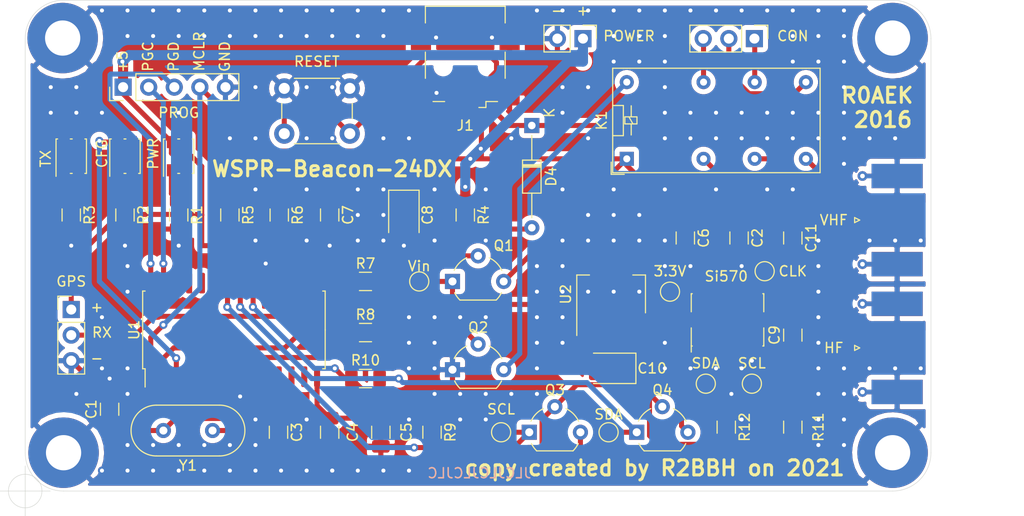
<source format=kicad_pcb>
(kicad_pcb (version 20171130) (host pcbnew "(5.1.9)-1")
  (layers (0 F.Cu signal) (31 B.Cu signal) (34 B.Paste user) (35 F.Paste user) (36 B.SilkS user) (37 F.SilkS user) (38 B.Mask user) (39 F.Mask user) (44 Edge.Cuts user))
  (net 0 "")
  (net 1 GND)
  (net 2 "Net-(D1-Pad1)")
  (net 3 +5V)
  (net 4 "Net-(D2-Pad1)")
  (net 5 "Net-(D3-Pad1)")
  (net 6 "Net-(D4-Pad2)")
  (net 7 D-)
  (net 8 D+)
  (net 9 "Net-(U1-Pad26)")
  (net 10 "Net-(U1-Pad25)")
  (net 11 "Net-(U1-Pad24)")
  (net 12 "Net-(U1-Pad23)")
  (net 13 "Net-(U1-Pad17)")
  (net 14 "Net-(U1-Pad13)")
  (net 15 "Net-(U1-Pad12)")
  (net 16 "Net-(U1-Pad11)")
  (net 17 "Net-(U1-Pad7)")
  (net 18 "Net-(U1-Pad6)")
  (net 19 "Net-(U3-Pad5)")
  (net 20 "Net-(U3-Pad2)")
  (net 21 "Net-(U3-Pad1)")
  (net 22 /3.3V)
  (net 23 /Vin)
  (net 24 /SCL)
  (net 25 /SDA)
  (net 26 /OSC1)
  (net 27 /OSC2)
  (net 28 /LED_cfg)
  (net 29 /LED_tx)
  (net 30 /RX)
  (net 31 /SCL_in)
  (net 32 /SDA_in)
  (net 33 /Si570_on)
  (net 34 /Si570_on_Q)
  (net 35 /SwitchHF_Q)
  (net 36 /SwitchHF)
  (net 37 /MCLR)
  (net 38 /VUSB)
  (net 39 /VHF_on)
  (net 40 /HF_on)
  (net 41 /VHF)
  (net 42 /HF)
  (net 43 /SwitchHF_Rele)
  (net 44 /PGD)
  (net 45 /PGC)
  (net 46 /D+_in)
  (net 47 /D-_in)
  (net 48 /CLK)
  (net 49 /HF_common)
  (net 50 /CLK+)
  (module Connector_Coaxial:SMA_Molex_73251-1153_EdgeMount_Horizontal (layer F.Cu) (at 166.116 81.788 180)
    (fp_text reference HF1 hide)
    (fp_text value HF)
    (pad 2 smd rect (at 1.27 4.38 180) (size 0.95 0.46) (layers B.Cu) (net 1 GND))
    (pad 2 smd rect (at 1.27 -4.38 180) (size 0.95 0.46) (layers B.Cu) (net 1 GND))
    (pad 2 smd rect (at 1.27 4.38 180) (size 0.95 0.46) (layers F.Cu) (net 1 GND))
    (pad 2 smd rect (at 1.27 -4.38 180) (size 0.95 0.46) (layers F.Cu) (net 1 GND))
    (pad 2 thru_hole circle (at 1.72 4.38 180) (size 0.97 0.97) (drill 0.46) (layers *.Cu) (net 1 GND))
    (pad 2 thru_hole circle (at 1.72 -4.38 180) (size 0.97 0.97) (drill 0.46) (layers *.Cu) (net 1 GND))
    (pad 2 smd rect (at -1.72 4.38 180) (size 5.08 2.42) (layers B.Cu B.Paste B.Mask) (net 1 GND))
    (pad 2 smd rect (at -1.72 -4.38 180) (size 5.08 2.42) (layers B.Cu B.Paste B.Mask) (net 1 GND))
    (pad 2 smd rect (at -1.72 4.38 180) (size 5.08 2.42) (layers F.Cu F.Paste F.Mask) (net 1 GND))
    (pad 2 smd rect (at -1.72 -4.38 180) (size 5.08 2.42) (layers F.Cu F.Paste F.Mask) (net 1 GND))
    (pad 1 smd rect (at -1.72 0 180) (size 5.08 2.29) (layers F.Cu F.Paste F.Mask) (net 42 /HF))
  )
  (module Connector_Coaxial:SMA_Molex_73251-1153_EdgeMount_Horizontal (layer F.Cu) (at 166.116 69.088 180)
    (fp_text reference VHF1 hide)
    (fp_text value VHF)
    (pad 2 smd rect (at 1.27 4.38 180) (size 0.95 0.46) (layers B.Cu) (net 1 GND))
    (pad 2 smd rect (at 1.27 -4.38 180) (size 0.95 0.46) (layers B.Cu) (net 1 GND))
    (pad 2 smd rect (at 1.27 4.38 180) (size 0.95 0.46) (layers F.Cu) (net 1 GND))
    (pad 2 smd rect (at 1.27 -4.38 180) (size 0.95 0.46) (layers F.Cu) (net 1 GND))
    (pad 2 thru_hole circle (at 1.72 4.38 180) (size 0.97 0.97) (drill 0.46) (layers *.Cu) (net 1 GND))
    (pad 2 thru_hole circle (at 1.72 -4.38 180) (size 0.97 0.97) (drill 0.46) (layers *.Cu) (net 1 GND))
    (pad 2 smd rect (at -1.72 4.38 180) (size 5.08 2.42) (layers B.Cu B.Paste B.Mask) (net 1 GND))
    (pad 2 smd rect (at -1.72 -4.38 180) (size 5.08 2.42) (layers B.Cu B.Paste B.Mask) (net 1 GND))
    (pad 2 smd rect (at -1.72 4.38 180) (size 5.08 2.42) (layers F.Cu F.Paste F.Mask) (net 1 GND))
    (pad 2 smd rect (at -1.72 -4.38 180) (size 5.08 2.42) (layers F.Cu F.Paste F.Mask) (net 1 GND))
    (pad 1 smd rect (at -1.72 0 180) (size 5.08 2.29) (layers F.Cu F.Paste F.Mask) (net 41 /VHF))
  )
  (module TestPoint:TestPoint_Pad_D1.5mm (layer F.Cu) (at 154.686 74.168)
    (fp_text reference TP7 hide)
    (fp_text value oCLK)
    (pad 1 smd circle (at 0 0) (size 1.5 1.5) (layers F.Cu F.Mask) (net 50 /CLK+))
  )
  (module TestPoint:TestPoint_Pad_D1.5mm (layer F.Cu) (at 148.844 85.344)
    (fp_text reference TP6 hide)
    (fp_text value oSDA)
    (pad 1 smd circle (at 0 0) (size 1.5 1.5) (layers F.Cu F.Mask) (net 25 /SDA))
  )
  (module TestPoint:TestPoint_Pad_D1.5mm (layer F.Cu) (at 153.416 85.344)
    (fp_text reference TP5 hide)
    (fp_text value oSCL)
    (pad 1 smd circle (at 0 0) (size 1.5 1.5) (layers F.Cu F.Mask) (net 24 /SCL))
  )
  (module TestPoint:TestPoint_Pad_D1.5mm (layer F.Cu) (at 145.288 76.2)
    (fp_text reference TP4 hide)
    (fp_text value VO)
    (pad 1 smd circle (at 0 0) (size 1.5 1.5) (layers F.Cu F.Mask) (net 22 /3.3V))
  )
  (module TestPoint:TestPoint_Pad_D1.5mm (layer F.Cu) (at 128.524 90.17)
    (fp_text reference TP3 hide)
    (fp_text value iSCL)
    (pad 1 smd circle (at 0 0) (size 1.5 1.5) (layers F.Cu F.Mask) (net 31 /SCL_in))
  )
  (module TestPoint:TestPoint_Pad_D1.5mm (layer F.Cu) (at 139.192 90.17)
    (fp_text reference TP2 hide)
    (fp_text value iSDA)
    (pad 1 smd circle (at 0 0) (size 1.5 1.5) (layers F.Cu F.Mask) (net 32 /SDA_in))
  )
  (module TestPoint:TestPoint_Pad_D1.5mm (layer F.Cu) (at 120.396 75.184)
    (fp_text reference TP1 hide)
    (fp_text value VI)
    (pad 1 smd circle (at 0 0) (size 1.5 1.5) (layers F.Cu F.Mask) (net 23 /Vin))
  )
  (module Package_TO_SOT_THT:TO-92_Wide (layer F.Cu) (at 141.986 90.17)
    (fp_text reference Q4 (at 2.55 -4.19) (layer F.SilkS))
    (fp_text value BS170)
    (pad 1 thru_hole rect (at 0 0 90) (size 1.5 1.5) (drill 0.8) (layers *.Cu *.Mask) (net 32 /SDA_in))
    (pad 3 thru_hole circle (at 5.08 0 90) (size 1.5 1.5) (drill 0.8) (layers *.Cu *.Mask) (net 25 /SDA))
    (pad 2 thru_hole circle (at 2.54 -2.54 90) (size 1.5 1.5) (drill 0.8) (layers *.Cu *.Mask) (net 22 /3.3V))
  )
  (module Package_TO_SOT_THT:TO-92_Wide (layer F.Cu) (at 131.318 90.17)
    (fp_text reference Q3 (at 2.55 -4.19) (layer F.SilkS))
    (fp_text value BS170)
    (pad 1 thru_hole rect (at 0 0 90) (size 1.5 1.5) (drill 0.8) (layers *.Cu *.Mask) (net 31 /SCL_in))
    (pad 3 thru_hole circle (at 5.08 0 90) (size 1.5 1.5) (drill 0.8) (layers *.Cu *.Mask) (net 24 /SCL))
    (pad 2 thru_hole circle (at 2.54 -2.54 90) (size 1.5 1.5) (drill 0.8) (layers *.Cu *.Mask) (net 22 /3.3V))
  )
  (module Package_TO_SOT_THT:TO-92_Wide (layer F.Cu) (at 123.698 83.952)
    (fp_text reference Q2 (at 2.55 -4.19) (layer F.SilkS))
    (fp_text value 2N3904)
    (pad 1 thru_hole rect (at 0 0 90) (size 1.5 1.5) (drill 0.8) (layers *.Cu *.Mask) (net 1 GND))
    (pad 3 thru_hole circle (at 5.08 0 90) (size 1.5 1.5) (drill 0.8) (layers *.Cu *.Mask) (net 43 /SwitchHF_Rele))
    (pad 2 thru_hole circle (at 2.54 -2.54 90) (size 1.5 1.5) (drill 0.8) (layers *.Cu *.Mask) (net 35 /SwitchHF_Q))
  )
  (module Package_TO_SOT_THT:TO-92_Wide (layer F.Cu) (at 123.698 75.184)
    (fp_text reference Q1 (at 5.08 -3.556) (layer F.SilkS))
    (fp_text value 2N3904)
    (pad 1 thru_hole rect (at 0 0 90) (size 1.5 1.5) (drill 0.8) (layers *.Cu *.Mask) (net 23 /Vin))
    (pad 3 thru_hole circle (at 5.08 0 90) (size 1.5 1.5) (drill 0.8) (layers *.Cu *.Mask) (net 3 +5V))
    (pad 2 thru_hole circle (at 2.54 -2.54 90) (size 1.5 1.5) (drill 0.8) (layers *.Cu *.Mask) (net 34 /Si570_on_Q))
  )
  (module Crystal:Crystal_HC49-U_Vertical (layer F.Cu) (at 95 90)
    (fp_text reference Y1 (at 2.44 3.472) (layer F.SilkS))
    (fp_text value 8MHz)
    (pad 2 thru_hole circle (at 4.88 0) (size 1.5 1.5) (drill 0.8) (layers *.Cu *.Mask) (net 27 /OSC2))
    (pad 1 thru_hole circle (at 0 0) (size 1.5 1.5) (drill 0.8) (layers *.Cu *.Mask) (net 26 /OSC1))
  )
  (module Oscillator:Oscillator_SMD_SI570_SI571_Standard (layer F.Cu) (at 151 79)
    (fp_text reference U3 hide)
    (fp_text value Si570)
    (pad 8 smd rect (at 2.85 0) (size 1.55 1.3) (layers F.Cu F.Paste F.Mask) (net 24 /SCL))
    (pad 7 smd rect (at -2.85 0) (size 1.55 1.3) (layers F.Cu F.Paste F.Mask) (net 25 /SDA))
    (pad 6 smd rect (at -2.5 -2.1) (size 1.7 2.15) (layers F.Cu F.Paste F.Mask) (net 22 /3.3V))
    (pad 5 smd rect (at 0 -2.1) (size 1.7 2.15) (layers F.Cu F.Paste F.Mask) (net 19 "Net-(U3-Pad5)"))
    (pad 4 smd rect (at 2.5 -2.1) (size 1.7 2.15) (layers F.Cu F.Paste F.Mask) (net 50 /CLK+))
    (pad 3 smd rect (at 2.5 2.1) (size 1.7 2.15) (layers F.Cu F.Paste F.Mask) (net 1 GND))
    (pad 2 smd rect (at 0 2.1) (size 1.7 2.15) (layers F.Cu F.Paste F.Mask) (net 20 "Net-(U3-Pad2)"))
    (pad 1 smd rect (at -2.5 2.1) (size 1.7 2.15) (layers F.Cu F.Paste F.Mask) (net 21 "Net-(U3-Pad1)"))
  )
  (module Package_TO_SOT_SMD:SOT-223 (layer F.Cu) (at 139.446 76.454 90)
    (fp_text reference U2 (at 0 -4.5 90) (layer F.SilkS))
    (fp_text value LM1117-3.3)
    (pad 1 smd rect (at -3.15 -2.3 90) (size 2 1.5) (layers F.Cu F.Paste F.Mask) (net 1 GND))
    (pad 3 smd rect (at -3.15 2.3 90) (size 2 1.5) (layers F.Cu F.Paste F.Mask) (net 23 /Vin))
    (pad 2 smd rect (at -3.15 0 90) (size 2 1.5) (layers F.Cu F.Paste F.Mask) (net 22 /3.3V))
    (pad 4 smd rect (at 3.15 0 90) (size 2 3.8) (layers F.Cu F.Paste F.Mask))
  )
  (module Package_SO:SOIC-28W_7.5x17.9mm_P1.27mm (layer F.Cu) (at 102 80 90)
    (fp_text reference U1 (at 0 -9.9 90) (layer F.SilkS))
    (fp_text value PIC18F2550-ISO)
    (pad 28 smd roundrect (at 4.65 -8.255 90) (size 2.05 0.6) (layers F.Cu F.Paste F.Mask) (net 44 /PGD))
    (pad 27 smd roundrect (at 4.65 -6.985 90) (size 2.05 0.6) (layers F.Cu F.Paste F.Mask) (net 45 /PGC))
    (pad 26 smd roundrect (at 4.65 -5.715 90) (size 2.05 0.6) (layers F.Cu F.Paste F.Mask) (net 9 "Net-(U1-Pad26)"))
    (pad 25 smd roundrect (at 4.65 -4.445 90) (size 2.05 0.6) (layers F.Cu F.Paste F.Mask) (net 10 "Net-(U1-Pad25)"))
    (pad 24 smd roundrect (at 4.65 -3.175 90) (size 2.05 0.6) (layers F.Cu F.Paste F.Mask) (net 11 "Net-(U1-Pad24)"))
    (pad 23 smd roundrect (at 4.65 -1.905 90) (size 2.05 0.6) (layers F.Cu F.Paste F.Mask) (net 12 "Net-(U1-Pad23)"))
    (pad 22 smd roundrect (at 4.65 -0.635 90) (size 2.05 0.6) (layers F.Cu F.Paste F.Mask) (net 31 /SCL_in))
    (pad 21 smd roundrect (at 4.65 0.635 90) (size 2.05 0.6) (layers F.Cu F.Paste F.Mask) (net 32 /SDA_in))
    (pad 20 smd roundrect (at 4.65 1.905 90) (size 2.05 0.6) (layers F.Cu F.Paste F.Mask) (net 3 +5V))
    (pad 19 smd roundrect (at 4.65 3.175 90) (size 2.05 0.6) (layers F.Cu F.Paste F.Mask) (net 1 GND))
    (pad 18 smd roundrect (at 4.65 4.445 90) (size 2.05 0.6) (layers F.Cu F.Paste F.Mask) (net 30 /RX))
    (pad 17 smd roundrect (at 4.65 5.715 90) (size 2.05 0.6) (layers F.Cu F.Paste F.Mask) (net 13 "Net-(U1-Pad17)"))
    (pad 16 smd roundrect (at 4.65 6.985 90) (size 2.05 0.6) (layers F.Cu F.Paste F.Mask) (net 8 D+))
    (pad 15 smd roundrect (at 4.65 8.255 90) (size 2.05 0.6) (layers F.Cu F.Paste F.Mask) (net 7 D-))
    (pad 14 smd roundrect (at -4.65 8.255 90) (size 2.05 0.6) (layers F.Cu F.Paste F.Mask) (net 38 /VUSB))
    (pad 13 smd roundrect (at -4.65 6.985 90) (size 2.05 0.6) (layers F.Cu F.Paste F.Mask) (net 14 "Net-(U1-Pad13)"))
    (pad 12 smd roundrect (at -4.65 5.715 90) (size 2.05 0.6) (layers F.Cu F.Paste F.Mask) (net 15 "Net-(U1-Pad12)"))
    (pad 11 smd roundrect (at -4.65 4.445 90) (size 2.05 0.6) (layers F.Cu F.Paste F.Mask) (net 16 "Net-(U1-Pad11)"))
    (pad 10 smd roundrect (at -4.65 3.175 90) (size 2.05 0.6) (layers F.Cu F.Paste F.Mask) (net 27 /OSC2))
    (pad 9 smd roundrect (at -4.65 1.905 90) (size 2.05 0.6) (layers F.Cu F.Paste F.Mask) (net 26 /OSC1))
    (pad 8 smd roundrect (at -4.65 0.635 90) (size 2.05 0.6) (layers F.Cu F.Paste F.Mask) (net 1 GND))
    (pad 7 smd roundrect (at -4.65 -0.635 90) (size 2.05 0.6) (layers F.Cu F.Paste F.Mask) (net 17 "Net-(U1-Pad7)"))
    (pad 6 smd roundrect (at -4.65 -1.905 90) (size 2.05 0.6) (layers F.Cu F.Paste F.Mask) (net 18 "Net-(U1-Pad6)"))
    (pad 5 smd roundrect (at -4.65 -3.175 90) (size 2.05 0.6) (layers F.Cu F.Paste F.Mask) (net 36 /SwitchHF))
    (pad 4 smd roundrect (at -4.65 -4.445 90) (size 2.05 0.6) (layers F.Cu F.Paste F.Mask) (net 29 /LED_tx))
    (pad 3 smd roundrect (at -4.65 -5.715 90) (size 2.05 0.6) (layers F.Cu F.Paste F.Mask) (net 28 /LED_cfg))
    (pad 2 smd roundrect (at -4.65 -6.985 90) (size 2.05 0.6) (layers F.Cu F.Paste F.Mask) (net 33 /Si570_on))
    (pad 1 smd roundrect (at -4.65 -8.255 90) (size 2.05 0.6) (layers F.Cu F.Paste F.Mask) (net 37 /MCLR))
  )
  (module Button_Switch_THT:SW_PUSH_6mm (layer F.Cu) (at 107 56)
    (fp_text reference RESET1 hide)
    (fp_text value SW_DIP_x01)
    (pad 1 thru_hole circle (at 6.5 0 90) (size 2 2) (drill 1.1) (layers *.Cu *.Mask) (net 1 GND))
    (pad 2 thru_hole circle (at 6.5 4.5 90) (size 2 2) (drill 1.1) (layers *.Cu *.Mask) (net 37 /MCLR))
    (pad 1 thru_hole circle (at 0 0 90) (size 2 2) (drill 1.1) (layers *.Cu *.Mask) (net 1 GND))
    (pad 2 thru_hole circle (at 0 4.5 90) (size 2 2) (drill 1.1) (layers *.Cu *.Mask) (net 37 /MCLR))
  )
  (module Resistor_SMD:R_1206_3216Metric (layer F.Cu) (at 157.48 89.662 90)
    (fp_text reference R11 (at 0 2.54 90) (layer F.SilkS))
    (fp_text value 4K7)
    (pad 2 smd roundrect (at 1.4 0 90) (size 1.25 1.75) (layers F.Cu F.Paste F.Mask) (roundrect_rratio 0.2) (net 22 /3.3V))
    (pad 1 smd roundrect (at -1.4 0 90) (size 1.25 1.75) (layers F.Cu F.Paste F.Mask) (roundrect_rratio 0.2) (net 24 /SCL))
  )
  (module Resistor_SMD:R_1206_3216Metric (layer F.Cu) (at 150.876 89.662 270)
    (fp_text reference R12 (at 0 -1.82 90) (layer F.SilkS))
    (fp_text value 4K7)
    (pad 2 smd roundrect (at 1.4 0 270) (size 1.25 1.75) (layers F.Cu F.Paste F.Mask) (roundrect_rratio 0.2) (net 22 /3.3V))
    (pad 1 smd roundrect (at -1.4 0 270) (size 1.25 1.75) (layers F.Cu F.Paste F.Mask) (roundrect_rratio 0.2) (net 25 /SDA))
  )
  (module Resistor_SMD:R_1206_3216Metric (layer F.Cu) (at 121.666 90.17 270)
    (fp_text reference R9 (at 0 -1.82 90) (layer F.SilkS))
    (fp_text value 2K2)
    (pad 2 smd roundrect (at 1.4 0 270) (size 1.25 1.75) (layers F.Cu F.Paste F.Mask) (roundrect_rratio 0.2) (net 31 /SCL_in))
    (pad 1 smd roundrect (at -1.4 0 270) (size 1.25 1.75) (layers F.Cu F.Paste F.Mask) (roundrect_rratio 0.2) (net 3 +5V))
  )
  (module Resistor_SMD:R_1206_3216Metric (layer F.Cu) (at 115.062 84.836)
    (fp_text reference R10 (at 0 -1.82) (layer F.SilkS))
    (fp_text value 2K2)
    (pad 2 smd roundrect (at 1.4 0) (size 1.25 1.75) (layers F.Cu F.Paste F.Mask) (roundrect_rratio 0.2) (net 32 /SDA_in))
    (pad 1 smd roundrect (at -1.4 0) (size 1.25 1.75) (layers F.Cu F.Paste F.Mask) (roundrect_rratio 0.2) (net 3 +5V))
  )
  (module Resistor_SMD:R_1206_3216Metric (layer F.Cu) (at 115.062 80.264 180)
    (fp_text reference R8 (at 0 1.778) (layer F.SilkS))
    (fp_text value 1K)
    (pad 2 smd roundrect (at 1.4 0 180) (size 1.25 1.75) (layers F.Cu F.Paste F.Mask) (roundrect_rratio 0.2) (net 36 /SwitchHF))
    (pad 1 smd roundrect (at -1.4 0 180) (size 1.25 1.75) (layers F.Cu F.Paste F.Mask) (roundrect_rratio 0.2) (net 35 /SwitchHF_Q))
  )
  (module Resistor_SMD:R_1206_3216Metric (layer F.Cu) (at 115.062 75.184 180)
    (fp_text reference R7 (at 0 1.778) (layer F.SilkS))
    (fp_text value 470)
    (pad 2 smd roundrect (at 1.4 0 180) (size 1.25 1.75) (layers F.Cu F.Paste F.Mask) (roundrect_rratio 0.2) (net 33 /Si570_on))
    (pad 1 smd roundrect (at -1.4 0 180) (size 1.25 1.75) (layers F.Cu F.Paste F.Mask) (roundrect_rratio 0.2) (net 34 /Si570_on_Q))
  )
  (module Resistor_SMD:R_1206_3216Metric (layer F.Cu) (at 101.6 68.58 270)
    (fp_text reference R5 (at 0 -1.82 90) (layer F.SilkS))
    (fp_text value 10)
    (pad 2 smd roundrect (at 1.4 0 270) (size 1.25 1.75) (layers F.Cu F.Paste F.Mask) (roundrect_rratio 0.2) (net 8 D+))
    (pad 1 smd roundrect (at -1.4 0 270) (size 1.25 1.75) (layers F.Cu F.Paste F.Mask) (roundrect_rratio 0.2) (net 46 /D+_in))
  )
  (module Resistor_SMD:R_1206_3216Metric (layer F.Cu) (at 106.501245 68.58508 270)
    (fp_text reference R6 (at 0 -1.82 90) (layer F.SilkS))
    (fp_text value 10)
    (pad 2 smd roundrect (at 1.4 0 270) (size 1.25 1.75) (layers F.Cu F.Paste F.Mask) (roundrect_rratio 0.2) (net 7 D-))
    (pad 1 smd roundrect (at -1.4 0 270) (size 1.25 1.75) (layers F.Cu F.Paste F.Mask) (roundrect_rratio 0.2) (net 47 /D-_in))
  )
  (module Resistor_SMD:R_1206_3216Metric (layer F.Cu) (at 124.968 68.58 270)
    (fp_text reference R4 (at 0 -1.82 90) (layer F.SilkS))
    (fp_text value 10K)
    (pad 2 smd roundrect (at 1.4 0 270) (size 1.25 1.75) (layers F.Cu F.Paste F.Mask) (roundrect_rratio 0.2) (net 6 "Net-(D4-Pad2)"))
    (pad 1 smd roundrect (at -1.4 0 270) (size 1.25 1.75) (layers F.Cu F.Paste F.Mask) (roundrect_rratio 0.2) (net 3 +5V))
  )
  (module Resistor_SMD:R_1206_3216Metric (layer F.Cu) (at 85.852 68.58 270)
    (fp_text reference R3 (at 0 -1.82 90) (layer F.SilkS))
    (fp_text value 1K)
    (pad 2 smd roundrect (at 1.4 0 270) (size 1.25 1.75) (layers F.Cu F.Paste F.Mask) (roundrect_rratio 0.2) (net 1 GND))
    (pad 1 smd roundrect (at -1.4 0 270) (size 1.25 1.75) (layers F.Cu F.Paste F.Mask) (roundrect_rratio 0.2) (net 5 "Net-(D3-Pad1)"))
  )
  (module Resistor_SMD:R_1206_3216Metric (layer F.Cu) (at 91.186 68.58 270)
    (fp_text reference R2 (at 0 -1.82 90) (layer F.SilkS))
    (fp_text value 1K)
    (pad 2 smd roundrect (at 1.4 0 270) (size 1.25 1.75) (layers F.Cu F.Paste F.Mask) (roundrect_rratio 0.2) (net 1 GND))
    (pad 1 smd roundrect (at -1.4 0 270) (size 1.25 1.75) (layers F.Cu F.Paste F.Mask) (roundrect_rratio 0.2) (net 4 "Net-(D2-Pad1)"))
  )
  (module Resistor_SMD:R_1206_3216Metric (layer F.Cu) (at 96.52 68.58 270)
    (fp_text reference R1 (at 0 -1.82 90) (layer F.SilkS))
    (fp_text value 1K)
    (pad 2 smd roundrect (at 1.4 0 270) (size 1.25 1.75) (layers F.Cu F.Paste F.Mask) (roundrect_rratio 0.2) (net 1 GND))
    (pad 1 smd roundrect (at -1.4 0 270) (size 1.25 1.75) (layers F.Cu F.Paste F.Mask) (roundrect_rratio 0.2) (net 2 "Net-(D1-Pad1)"))
  )
  (module Relay_THT:Relay_DPDT_Omron_G5V-2 (layer F.Cu) (at 141 63 90)
    (fp_text reference K1 (at 3.81 -2.5 90) (layer F.SilkS))
    (fp_text value G5V-2)
    (pad 13 thru_hole circle (at 7.62 7.62 90) (size 1.4 1.4) (drill 0.7) (layers *.Cu *.Mask) (net 49 /HF_common))
    (pad 9 thru_hole circle (at 7.62 17.78 90) (size 1.4 1.4) (drill 0.7) (layers *.Cu *.Mask) (net 39 /VHF_on))
    (pad 11 thru_hole circle (at 7.62 12.7 90) (size 1.4 1.4) (drill 0.7) (layers *.Cu *.Mask) (net 40 /HF_on))
    (pad 4 thru_hole circle (at 0 7.62 90) (size 1.4 1.4) (drill 0.7) (layers *.Cu *.Mask) (net 48 /CLK))
    (pad 8 thru_hole circle (at 0 17.78 90) (size 1.4 1.4) (drill 0.7) (layers *.Cu *.Mask) (net 41 /VHF))
    (pad 6 thru_hole circle (at 0 12.7 90) (size 1.4 1.4) (drill 0.7) (layers *.Cu *.Mask) (net 42 /HF))
    (pad 16 thru_hole circle (at 7.62 0 90) (size 1.4 1.4) (drill 0.7) (layers *.Cu *.Mask) (net 43 /SwitchHF_Rele))
    (pad 1 thru_hole rect (at 0 0 90) (size 1.4 1.4) (drill 0.7) (layers *.Cu *.Mask) (net 3 +5V))
  )
  (module Connector_PinHeader_2.54mm:PinHeader_1x03_P2.54mm_Vertical (layer F.Cu) (at 153.67 51.054 270)
    (fp_text reference P5 hide)
    (fp_text value COM)
    (pad 3 thru_hole oval (at 0 5.08 270) (size 1.7 1.7) (drill 1) (layers *.Cu *.Mask) (net 49 /HF_common))
    (pad 2 thru_hole oval (at 0 2.54 270) (size 1.7 1.7) (drill 1) (layers *.Cu *.Mask) (net 39 /VHF_on))
    (pad 1 thru_hole rect (at 0 0 270) (size 1.7 1.7) (drill 1) (layers *.Cu *.Mask) (net 40 /HF_on))
  )
  (module Connector_PinHeader_2.54mm:PinHeader_1x03_P2.54mm_Vertical (layer F.Cu) (at 85.852 77.978)
    (fp_text reference P4 hide)
    (fp_text value GPS)
    (pad 3 thru_hole oval (at 0 5.08) (size 1.7 1.7) (drill 1) (layers *.Cu *.Mask) (net 1 GND))
    (pad 2 thru_hole oval (at 0 2.54) (size 1.7 1.7) (drill 1) (layers *.Cu *.Mask) (net 30 /RX))
    (pad 1 thru_hole rect (at 0 0) (size 1.7 1.7) (drill 1) (layers *.Cu *.Mask) (net 3 +5V))
  )
  (module Connector_PinHeader_2.54mm:PinHeader_1x05_P2.54mm_Vertical (layer F.Cu) (at 91 55.88 90)
    (fp_text reference P3 hide)
    (fp_text value "PIC Programm")
    (pad 5 thru_hole oval (at 0 10.16 90) (size 1.7 1.7) (drill 1) (layers *.Cu *.Mask) (net 1 GND))
    (pad 4 thru_hole oval (at 0 7.62 90) (size 1.7 1.7) (drill 1) (layers *.Cu *.Mask) (net 37 /MCLR))
    (pad 3 thru_hole oval (at 0 5.08 90) (size 1.7 1.7) (drill 1) (layers *.Cu *.Mask) (net 44 /PGD))
    (pad 2 thru_hole oval (at 0 2.54 90) (size 1.7 1.7) (drill 1) (layers *.Cu *.Mask) (net 45 /PGC))
    (pad 1 thru_hole rect (at 0 0 90) (size 1.7 1.7) (drill 1) (layers *.Cu *.Mask) (net 3 +5V))
  )
  (module Connector_PinHeader_2.54mm:PinHeader_1x02_P2.54mm_Vertical (layer F.Cu) (at 136.652 51.054 270)
    (fp_text reference P2 hide)
    (fp_text value "Power +5V")
    (pad 2 thru_hole oval (at 0 2.54 270) (size 1.7 1.7) (drill 1) (layers *.Cu *.Mask) (net 1 GND))
    (pad 1 thru_hole rect (at 0 0 270) (size 1.7 1.7) (drill 1) (layers *.Cu *.Mask) (net 3 +5V))
  )
  (module Connector_USB:USB_Mini-B_Wuerth_65100516121_Horizontal (layer F.Cu) (at 124.968 53.848 180)
    (fp_text reference J1 (at 0 -5.842) (layer F.SilkS))
    (fp_text value USB_B_Mini)
    (pad "" np_thru_hole circle (at 2.2 0 180) (size 0.9 0.9) (drill 0.9) (layers *.Cu *.Mask))
    (pad "" np_thru_hole circle (at -2.2 0 180) (size 0.9 0.9) (drill 0.9) (layers *.Cu *.Mask))
    (pad 5 smd rect (at 1.6 -2.6 180) (size 0.5 2.5) (layers F.Cu F.Paste F.Mask) (net 1 GND))
    (pad 4 smd rect (at 0.8 -2.6 180) (size 0.5 2.5) (layers F.Cu F.Paste F.Mask) (net 1 GND))
    (pad 3 smd rect (at 0 -2.6 180) (size 0.5 2.5) (layers F.Cu F.Paste F.Mask) (net 46 /D+_in))
    (pad 2 smd rect (at -0.8 -2.6 180) (size 0.5 2.5) (layers F.Cu F.Paste F.Mask) (net 47 /D-_in))
    (pad 1 smd rect (at -1.6 -2.6 180) (size 0.5 2.5) (layers F.Cu F.Paste F.Mask) (net 3 +5V))
    (pad 6 smd rect (at 4.4 -2.6 180) (size 2 2.5) (layers F.Cu F.Paste F.Mask) (net 1 GND))
    (pad 6 smd rect (at -4.4 -2.6 180) (size 2 2.5) (layers F.Cu F.Paste F.Mask) (net 1 GND))
    (pad 6 smd rect (at 4.4 2.9 180) (size 2 2.5) (layers F.Cu F.Paste F.Mask) (net 1 GND))
    (pad 6 smd rect (at -4.4 2.9 180) (size 2 2.5) (layers F.Cu F.Paste F.Mask) (net 1 GND))
  )
  (module MountingHole:MountingHole_3.5mm_Pad (layer F.Cu) (at 167.386 51)
    (fp_text reference H4 hide)
    (fp_text value M1)
    (pad 1 thru_hole circle (at 0 0) (size 7 7) (drill 3.5) (layers *.Cu *.Mask) (net 1 GND))
  )
  (module MountingHole:MountingHole_3.5mm_Pad (layer F.Cu) (at 85.09 92.202)
    (fp_text reference H3 hide)
    (fp_text value M1)
    (pad 1 thru_hole circle (at 0 0) (size 7 7) (drill 3.5) (layers *.Cu *.Mask) (net 1 GND))
  )
  (module MountingHole:MountingHole_3.5mm_Pad (layer F.Cu) (at 85 51)
    (fp_text reference H2 hide)
    (fp_text value M1)
    (pad 1 thru_hole circle (at 0 0) (size 7 7) (drill 3.5) (layers *.Cu *.Mask) (net 1 GND))
  )
  (module MountingHole:MountingHole_3.5mm_Pad (layer F.Cu) (at 167.386 92.202)
    (fp_text reference H1 hide)
    (fp_text value M1)
    (pad 1 thru_hole circle (at 0 0) (size 7 7) (drill 3.5) (layers *.Cu *.Mask) (net 1 GND))
  )
  (module Diode_THT:D_DO-34_SOD68_P10.16mm_Horizontal (layer F.Cu) (at 131.572 59.69 270)
    (fp_text reference D4 (at 5.08 -1.92 90) (layer F.SilkS))
    (fp_text value BAT43)
    (fp_text user K (at -1.27 -1.75 90) (layer F.SilkS))
    (pad 2 thru_hole oval (at 10.16 0 270) (size 1.5 1.5) (drill 0.75) (layers *.Cu *.Mask) (net 6 "Net-(D4-Pad2)"))
    (pad 1 thru_hole rect (at 0 0 270) (size 1.5 1.5) (drill 0.75) (layers *.Cu *.Mask) (net 37 /MCLR))
  )
  (module LED_SMD:LED_Kingbright_AAA3528ESGCT (layer F.Cu) (at 85.852 62.738 90)
    (fp_text reference D3 hide)
    (fp_text value TX)
    (pad 1 smd rect (at -1.4 -0.725 90) (size 1.2 0.9) (layers F.Cu F.Paste F.Mask) (net 5 "Net-(D3-Pad1)"))
    (pad 3 smd rect (at 1.4 0.725 90) (size 1.2 0.9) (layers F.Cu F.Paste F.Mask))
    (pad 4 smd rect (at -1.4 0.725 90) (size 1.2 0.9) (layers F.Cu F.Paste F.Mask))
    (pad 2 smd rect (at 1.4 -0.725 90) (size 1.2 0.9) (layers F.Cu F.Paste F.Mask) (net 29 /LED_tx))
  )
  (module LED_SMD:LED_Kingbright_AAA3528ESGCT (layer F.Cu) (at 91.186 62.738 90)
    (fp_text reference D2 hide)
    (fp_text value CFG)
    (pad 1 smd rect (at -1.4 -0.725 90) (size 1.2 0.9) (layers F.Cu F.Paste F.Mask) (net 4 "Net-(D2-Pad1)"))
    (pad 3 smd rect (at 1.4 0.725 90) (size 1.2 0.9) (layers F.Cu F.Paste F.Mask))
    (pad 4 smd rect (at -1.4 0.725 90) (size 1.2 0.9) (layers F.Cu F.Paste F.Mask))
    (pad 2 smd rect (at 1.4 -0.725 90) (size 1.2 0.9) (layers F.Cu F.Paste F.Mask) (net 28 /LED_cfg))
  )
  (module LED_SMD:LED_Kingbright_AAA3528ESGCT (layer F.Cu) (at 96.52 62.738 90)
    (fp_text reference D1 hide)
    (fp_text value PWR)
    (pad 1 smd rect (at -1.4 -0.725 90) (size 1.2 0.9) (layers F.Cu F.Paste F.Mask) (net 2 "Net-(D1-Pad1)"))
    (pad 3 smd rect (at 1.4 0.725 90) (size 1.2 0.9) (layers F.Cu F.Paste F.Mask))
    (pad 4 smd rect (at -1.4 0.725 90) (size 1.2 0.9) (layers F.Cu F.Paste F.Mask))
    (pad 2 smd rect (at 1.4 -0.725 90) (size 1.2 0.9) (layers F.Cu F.Paste F.Mask) (net 3 +5V))
  )
  (module Capacitor_SMD:C_1206_3216Metric (layer F.Cu) (at 157.48 70.866 270)
    (fp_text reference C11 (at 0 -1.82 90) (layer F.SilkS))
    (fp_text value 100nF)
    (pad 2 smd roundrect (at 1.4 0 270) (size 1.25 1.75) (layers F.Cu F.Paste F.Mask) (roundrect_rratio 0.2) (net 50 /CLK+))
    (pad 1 smd roundrect (at -1.4 0 270) (size 1.25 1.75) (layers F.Cu F.Paste F.Mask) (roundrect_rratio 0.2) (net 48 /CLK))
  )
  (module Capacitor_Tantalum_SMD:CP_EIA-3528-12_Kemet-T (layer F.Cu) (at 139.446 83.82 180)
    (fp_text reference C10 (at -4.064 0) (layer F.SilkS))
    (fp_text value 10uF)
    (pad 2 smd roundrect (at 1.5375 0 180) (size 1.325 2.35) (layers F.Cu F.Paste F.Mask) (roundrect_rratio 0.1886784905660377) (net 1 GND))
    (pad 1 smd roundrect (at -1.5375 0 180) (size 1.325 2.35) (layers F.Cu F.Paste F.Mask) (roundrect_rratio 0.1886784905660377) (net 22 /3.3V))
  )
  (module Capacitor_SMD:C_1206_3216Metric (layer F.Cu) (at 157.48 80.518 90)
    (fp_text reference C9 (at 0 -1.82 90) (layer F.SilkS))
    (fp_text value 100nF)
    (pad 2 smd roundrect (at 1.4 0 90) (size 1.25 1.75) (layers F.Cu F.Paste F.Mask) (roundrect_rratio 0.2) (net 1 GND))
    (pad 1 smd roundrect (at -1.4 0 90) (size 1.25 1.75) (layers F.Cu F.Paste F.Mask) (roundrect_rratio 0.2) (net 22 /3.3V))
  )
  (module Capacitor_SMD:C_1206_3216Metric (layer F.Cu) (at 116.586 90.17 270)
    (fp_text reference C5 (at 0 -2.54 90) (layer F.SilkS))
    (fp_text value 100nF)
    (pad 2 smd roundrect (at 1.4 0 270) (size 1.25 1.75) (layers F.Cu F.Paste F.Mask) (roundrect_rratio 0.2) (net 1 GND))
    (pad 1 smd roundrect (at -1.4 0 270) (size 1.25 1.75) (layers F.Cu F.Paste F.Mask) (roundrect_rratio 0.2) (net 38 /VUSB))
  )
  (module Capacitor_SMD:C_1206_3216Metric (layer F.Cu) (at 111.506 90.17 270)
    (fp_text reference C4 (at 0 -2.286 90) (layer F.SilkS))
    (fp_text value 100nF)
    (pad 2 smd roundrect (at 1.4 0 270) (size 1.25 1.75) (layers F.Cu F.Paste F.Mask) (roundrect_rratio 0.2) (net 1 GND))
    (pad 1 smd roundrect (at -1.4 0 270) (size 1.25 1.75) (layers F.Cu F.Paste F.Mask) (roundrect_rratio 0.2) (net 38 /VUSB))
  )
  (module Capacitor_Tantalum_SMD:CP_EIA-3528-12_Kemet-T (layer F.Cu) (at 118.872 68.58 270)
    (fp_text reference C8 (at 0 -2.35 90) (layer F.SilkS))
    (fp_text value 10uF)
    (pad 2 smd roundrect (at 1.5375 0 270) (size 1.325 2.35) (layers F.Cu F.Paste F.Mask) (roundrect_rratio 0.1886784905660377) (net 1 GND))
    (pad 1 smd roundrect (at -1.5375 0 270) (size 1.325 2.35) (layers F.Cu F.Paste F.Mask) (roundrect_rratio 0.1886784905660377) (net 3 +5V))
  )
  (module Capacitor_SMD:C_1206_3216Metric (layer F.Cu) (at 111.506 68.58 270)
    (fp_text reference C7 (at 0 -1.82 90) (layer F.SilkS))
    (fp_text value 100nF)
    (pad 2 smd roundrect (at 1.4 0 270) (size 1.25 1.75) (layers F.Cu F.Paste F.Mask) (roundrect_rratio 0.2) (net 1 GND))
    (pad 1 smd roundrect (at -1.4 0 270) (size 1.25 1.75) (layers F.Cu F.Paste F.Mask) (roundrect_rratio 0.2) (net 3 +5V))
  )
  (module Capacitor_SMD:C_1206_3216Metric (layer F.Cu) (at 146.812 70.866 270)
    (fp_text reference C6 (at 0 -1.82 90) (layer F.SilkS))
    (fp_text value 100nF)
    (pad 2 smd roundrect (at 1.4 0 270) (size 1.25 1.75) (layers F.Cu F.Paste F.Mask) (roundrect_rratio 0.2) (net 1 GND))
    (pad 1 smd roundrect (at -1.4 0 270) (size 1.25 1.75) (layers F.Cu F.Paste F.Mask) (roundrect_rratio 0.2) (net 3 +5V))
  )
  (module Capacitor_SMD:C_1206_3216Metric (layer F.Cu) (at 106.426 90.17 270)
    (fp_text reference C3 (at 0 -1.82 90) (layer F.SilkS))
    (fp_text value 22pF)
    (pad 2 smd roundrect (at 1.4 0 270) (size 1.25 1.75) (layers F.Cu F.Paste F.Mask) (roundrect_rratio 0.2) (net 1 GND))
    (pad 1 smd roundrect (at -1.4 0 270) (size 1.25 1.75) (layers F.Cu F.Paste F.Mask) (roundrect_rratio 0.2) (net 27 /OSC2))
  )
  (module Capacitor_SMD:C_1206_3216Metric (layer F.Cu) (at 152.146 70.866 270)
    (fp_text reference C2 (at 0 -1.82 90) (layer F.SilkS))
    (fp_text value 100nF)
    (pad 2 smd roundrect (at 1.4 0 270) (size 1.25 1.75) (layers F.Cu F.Paste F.Mask) (roundrect_rratio 0.2) (net 1 GND))
    (pad 1 smd roundrect (at -1.4 0 270) (size 1.25 1.75) (layers F.Cu F.Paste F.Mask) (roundrect_rratio 0.2) (net 37 /MCLR))
  )
  (module Capacitor_SMD:C_1206_3216Metric (layer F.Cu) (at 89.662 87.884 90)
    (fp_text reference C1 (at 0 -1.82 90) (layer F.SilkS))
    (fp_text value 22pF)
    (pad 2 smd roundrect (at 1.4 0 90) (size 1.25 1.75) (layers F.Cu F.Paste F.Mask) (roundrect_rratio 0.2) (net 1 GND))
    (pad 1 smd roundrect (at -1.4 0 90) (size 1.25 1.75) (layers F.Cu F.Paste F.Mask) (roundrect_rratio 0.2) (net 26 /OSC1))
  )
  (gr_text PWR (at 93.98 62.484 90) (layer F.SilkS) (effects (font (size 1 1))))
  (gr_text CFG (at 88.9 62.484 90) (layer F.SilkS) (effects (font (size 1 1))))
  (gr_text TX (at 83.312 62.992 90) (layer F.SilkS) (effects (font (size 1 1))))
  (gr_text Vin (at 120.396 73.66) (layer F.SilkS) (effects (font (size 1 1))))
  (gr_text PROG (at 96.52 58.42) (layer F.SilkS) (effects (font (size 1 1))))
  (gr_text VHF (at 161.544 69.088) (layer F.SilkS) (effects (font (size 1 1))))
  (gr_text HF (at 161.544 81.788) (layer F.SilkS) (effects (font (size 1 1))))
  (gr_text CON (at 157.48 50.8) (layer F.SilkS) (effects (font (size 1 1))))
  (gr_text POWER (at 141.224 50.8) (layer F.SilkS) (effects (font (size 1 1))))
  (gr_text Si570 (at 150.876 74.676) (layer F.SilkS) (effects (font (size 1 1))))
  (gr_text RESET (at 110.236 53.34) (layer F.SilkS) (effects (font (size 1 1))))
  (gr_text CLK (at 157.48 74.168) (layer F.SilkS) (effects (font (size 1 1))))
  (gr_text SDA (at 148.844 83.312) (layer F.SilkS) (effects (font (size 1 1))))
  (gr_text SDA (at 139.192 88.392) (layer F.SilkS) (effects (font (size 1 1))))
  (gr_text SCL (at 153.416 83.312) (layer F.SilkS) (effects (font (size 1 1))))
  (gr_text SCL (at 128.524 87.884) (layer F.SilkS) (effects (font (size 1 1))))
  (gr_text 3.3V (at 145.288 74.168) (layer F.SilkS) (effects (font (size 1 1))))
  (gr_text GPS (at 85.852 75.184) (layer F.SilkS) (effects (font (size 1 1))))
  (gr_text RX (at 88.9 80.264) (layer F.SilkS) (effects (font (size 1 1))))
  (gr_text - (at 88.392 82.804) (layer F.SilkS) (effects (font (size 1 1))))
  (gr_text + (at 88.392 77.724) (layer F.SilkS) (effects (font (size 1 1))))
  (gr_text - (at 134.112 48.26) (layer F.SilkS) (effects (font (size 1 1))))
  (gr_text + (at 136.652 48.26) (layer F.SilkS) (effects (font (size 1 1))))
  (gr_text GND (at 101.092 52.832 90) (layer F.SilkS) (effects (font (size 1 1))))
  (gr_text MCLR (at 98.552 52.324 90) (layer F.SilkS) (effects (font (size 1 1))))
  (gr_text PGD (at 96.012 52.832 90) (layer F.SilkS) (effects (font (size 1 1))))
  (gr_text PGC (at 93.472 52.832 90) (layer F.SilkS) (effects (font (size 1 1))))
  (gr_text +5 (at 90.932 53.34 90) (layer F.SilkS) (effects (font (size 1 1))))
  (gr_text " JLCJLCJLCJLC" (at 126.746 94.234) (layer B.SilkS) (effects (font (size 1 1)) (justify mirror)))
  (target plus (at 81.28 96.012) (size 5) (width 0.05) (layer Edge.Cuts))
  (gr_text WSPR-Beacon-24DX (at 111.76 64.008) (layer F.SilkS) (effects (font (size 1.5 1.5) (thickness 0.3))))
  (gr_text "copy created by R2BBH on 2021" (at 143.764 93.726) (layer F.SilkS) (effects (font (size 1.5 1.5) (thickness 0.3))))
  (gr_text "R0AEK\n 2016" (at 165.862 57.912) (layer F.SilkS) (effects (font (size 1.5 1.5) (thickness 0.3))))
  (gr_line (start 81.28 92.202) (end 81.28 51.054) (layer Edge.Cuts) (width 0.05))
  (gr_arc (start 85.09 51.054) (end 85.09 47.244) (angle -90) (layer Edge.Cuts) (width 0.05))
  (gr_arc (start 85.09 92.202) (end 81.28 92.202) (angle -90) (layer Edge.Cuts) (width 0.05))
  (gr_arc (start 167.386 92.202) (end 167.386 96.012) (angle -90) (layer Edge.Cuts) (width 0.05))
  (gr_arc (start 167.386 51.054) (end 171.196 51.054) (angle -90) (layer Edge.Cuts) (width 0.05))
  (gr_line (start 167.386 96.012) (end 85.09 96.012) (layer Edge.Cuts) (width 0.05))
  (gr_line (start 171.196 51.054) (end 171.196 92.202) (layer Edge.Cuts) (width 0.05))
  (gr_line (start 85.09 47.244) (end 167.386 47.244) (layer Edge.Cuts) (width 0.05))
  (segment (start 152.2835 72.6575) (end 152.146 72.52) (width 0.5) (layer F.Cu) (net 1))
  (segment (start 129.5 56) (end 129.4 56.1) (width 1) (layer F.Cu) (net 1))
  (segment (start 113.6 56.1) (end 113.5 56) (width 1) (layer F.Cu) (net 1))
  (segment (start 101.28 56) (end 101.16 55.88) (width 1) (layer F.Cu) (net 1))
  (segment (start 106.426 91.57) (end 116.586 91.57) (width 0.5) (layer F.Cu) (net 1))
  (segment (start 146.812 72.266) (end 152.146 72.266) (width 0.5) (layer F.Cu) (net 1))
  (via (at 118.872 71.628) (size 0.8) (drill 0.4) (layers F.Cu B.Cu) (net 1))
  (via (at 111.506 71.628) (size 0.8) (drill 0.4) (layers F.Cu B.Cu) (net 1))
  (via (at 85.852 71.628) (size 0.8) (drill 0.4) (layers F.Cu B.Cu) (net 1))
  (via (at 105.156 73.406) (size 0.8) (drill 0.4) (layers F.Cu B.Cu) (net 1))
  (via (at 153.416 83.058) (size 0.8) (drill 0.4) (layers F.Cu B.Cu) (net 1))
  (via (at 102.616 86.614) (size 0.8) (drill 0.4) (layers F.Cu B.Cu) (net 1))
  (segment (start 85.852 69.98) (end 85.852 71.628) (width 0.5) (layer F.Cu) (net 1))
  (segment (start 105.175 73.425) (end 105.156 73.406) (width 0.5) (layer F.Cu) (net 1))
  (segment (start 105.175 75.35) (end 105.175 73.425) (width 0.5) (layer F.Cu) (net 1))
  (segment (start 102.616 84.669) (end 102.635 84.65) (width 0.5) (layer F.Cu) (net 1))
  (segment (start 102.616 86.614) (end 102.616 84.669) (width 0.5) (layer F.Cu) (net 1))
  (segment (start 89.278 86.484) (end 89.662 86.484) (width 0.5) (layer F.Cu) (net 1))
  (segment (start 85.852 83.058) (end 89.278 86.484) (width 0.5) (layer F.Cu) (net 1))
  (via (at 89.662 84.836) (size 0.8) (drill 0.4) (layers F.Cu B.Cu) (net 1))
  (segment (start 89.662 84.836) (end 89.662 86.484) (width 0.5) (layer F.Cu) (net 1))
  (segment (start 118.872 70.1175) (end 118.872 71.628) (width 0.5) (layer F.Cu) (net 1))
  (segment (start 111.506 69.98) (end 111.506 71.628) (width 0.5) (layer F.Cu) (net 1))
  (segment (start 153.416 81.184) (end 153.5 81.1) (width 0.5) (layer F.Cu) (net 1))
  (segment (start 153.416 83.058) (end 153.416 81.184) (width 0.5) (layer F.Cu) (net 1))
  (via (at 91.186 71.628) (size 0.8) (drill 0.4) (layers F.Cu B.Cu) (net 1))
  (segment (start 91.186 71.628) (end 91.186 69.98) (width 0.5) (layer F.Cu) (net 1))
  (via (at 96.52 71.628) (size 0.8) (drill 0.4) (layers F.Cu B.Cu) (net 1))
  (segment (start 96.52 71.628) (end 96.52 69.98) (width 0.5) (layer F.Cu) (net 1))
  (segment (start 122.068 50.948) (end 122.068 50.948) (width 0.5) (layer F.Cu) (net 1))
  (segment (start 120.568 50.948) (end 122.068 50.948) (width 0.5) (layer F.Cu) (net 1))
  (segment (start 122.068 50.948) (end 127.614 50.948) (width 0.5) (layer F.Cu) (net 1))
  (via (at 122.068 50.948) (size 0.8) (drill 0.4) (layers F.Cu B.Cu) (net 1))
  (segment (start 127.614 50.948) (end 129.368 50.948) (width 0.5) (layer F.Cu) (net 1))
  (via (at 127.614 50.948) (size 0.8) (drill 0.4) (layers F.Cu B.Cu) (net 1))
  (segment (start 120.568 56.448) (end 120.568 56.724) (width 0.5) (layer F.Cu) (net 1))
  (segment (start 120.568 56.448) (end 122.114 56.448) (width 0.5) (layer F.Cu) (net 1))
  (segment (start 122.114 56.448) (end 123.368 56.448) (width 0.5) (layer F.Cu) (net 1))
  (via (at 122.114 56.448) (size 0.8) (drill 0.4) (layers F.Cu B.Cu) (net 1))
  (segment (start 158.394956 70.866) (end 153.22101 70.866) (width 0.5) (layer F.Cu) (net 1))
  (segment (start 158.80501 71.276054) (end 158.394956 70.866) (width 0.5) (layer F.Cu) (net 1))
  (segment (start 158.80501 77.79299) (end 158.80501 71.276054) (width 0.5) (layer F.Cu) (net 1))
  (segment (start 157.48 79.118) (end 158.80501 77.79299) (width 0.5) (layer F.Cu) (net 1))
  (segment (start 152.146 71.94101) (end 153.22101 70.866) (width 0.5) (layer F.Cu) (net 1))
  (segment (start 152.146 72.266) (end 152.146 71.94101) (width 0.5) (layer F.Cu) (net 1))
  (segment (start 123.368 56.448) (end 124.168 56.448) (width 0.5) (layer F.Cu) (net 1))
  (via (at 154.94 66.04) (size 0.8) (drill 0.4) (layers F.Cu B.Cu) (net 1))
  (via (at 157.48 66.04) (size 0.8) (drill 0.4) (layers F.Cu B.Cu) (net 1))
  (via (at 160.02 71.12) (size 0.8) (drill 0.4) (layers F.Cu B.Cu) (net 1))
  (via (at 160.02 73.66) (size 0.8) (drill 0.4) (layers F.Cu B.Cu) (net 1))
  (via (at 160.02 76.2) (size 0.8) (drill 0.4) (layers F.Cu B.Cu) (net 1))
  (via (at 160.02 78.74) (size 0.8) (drill 0.4) (layers F.Cu B.Cu) (net 1))
  (via (at 160.02 81.28) (size 0.8) (drill 0.4) (layers F.Cu B.Cu) (net 1))
  (via (at 160.02 83.82) (size 0.8) (drill 0.4) (layers F.Cu B.Cu) (net 1))
  (via (at 160.02 86.36) (size 0.8) (drill 0.4) (layers F.Cu B.Cu) (net 1))
  (via (at 149.86 66.04) (size 0.8) (drill 0.4) (layers F.Cu B.Cu) (net 1))
  (via (at 142.24 68.58) (size 0.8) (drill 0.4) (layers F.Cu B.Cu) (net 1))
  (via (at 139.7 68.58) (size 0.8) (drill 0.4) (layers F.Cu B.Cu) (net 1))
  (via (at 139.7 71.12) (size 0.8) (drill 0.4) (layers F.Cu B.Cu) (net 1))
  (via (at 137.16 71.12) (size 0.8) (drill 0.4) (layers F.Cu B.Cu) (net 1))
  (via (at 137.16 68.58) (size 0.8) (drill 0.4) (layers F.Cu B.Cu) (net 1))
  (via (at 134.62 71.12) (size 0.8) (drill 0.4) (layers F.Cu B.Cu) (net 1))
  (via (at 134.62 73.66) (size 0.8) (drill 0.4) (layers F.Cu B.Cu) (net 1))
  (via (at 132.08 73.66) (size 0.8) (drill 0.4) (layers F.Cu B.Cu) (net 1))
  (via (at 132.08 76.2) (size 0.8) (drill 0.4) (layers F.Cu B.Cu) (net 1))
  (via (at 144.78 71.12) (size 0.8) (drill 0.4) (layers F.Cu B.Cu) (net 1))
  (via (at 139.7 66.04) (size 0.8) (drill 0.4) (layers F.Cu B.Cu) (net 1))
  (via (at 142.24 71.12) (size 0.8) (drill 0.4) (layers F.Cu B.Cu) (net 1))
  (via (at 144.78 73.66) (size 0.8) (drill 0.4) (layers F.Cu B.Cu) (net 1))
  (via (at 132.08 78.74) (size 0.8) (drill 0.4) (layers F.Cu B.Cu) (net 1))
  (via (at 134.62 78.74) (size 0.8) (drill 0.4) (layers F.Cu B.Cu) (net 1))
  (via (at 134.62 76.2) (size 0.8) (drill 0.4) (layers F.Cu B.Cu) (net 1))
  (via (at 142.24 76.2) (size 0.8) (drill 0.4) (layers F.Cu B.Cu) (net 1))
  (via (at 139.7 76.2) (size 0.8) (drill 0.4) (layers F.Cu B.Cu) (net 1))
  (via (at 137.16 76.2) (size 0.8) (drill 0.4) (layers F.Cu B.Cu) (net 1))
  (via (at 144.78 66.04) (size 0.8) (drill 0.4) (layers F.Cu B.Cu) (net 1))
  (via (at 162.56 63.5) (size 0.8) (drill 0.4) (layers F.Cu B.Cu) (net 1))
  (via (at 162.56 60.96) (size 0.8) (drill 0.4) (layers F.Cu B.Cu) (net 1))
  (via (at 165.1 60.96) (size 0.8) (drill 0.4) (layers F.Cu B.Cu) (net 1))
  (via (at 167.64 60.96) (size 0.8) (drill 0.4) (layers F.Cu B.Cu) (net 1))
  (via (at 162.56 58.42) (size 0.8) (drill 0.4) (layers F.Cu B.Cu) (net 1))
  (via (at 162.56 55.88) (size 0.8) (drill 0.4) (layers F.Cu B.Cu) (net 1))
  (via (at 162.56 53.34) (size 0.8) (drill 0.4) (layers F.Cu B.Cu) (net 1))
  (via (at 157.48 60.96) (size 0.8) (drill 0.4) (layers F.Cu B.Cu) (net 1))
  (via (at 157.48 58.42) (size 0.8) (drill 0.4) (layers F.Cu B.Cu) (net 1))
  (via (at 154.94 58.42) (size 0.8) (drill 0.4) (layers F.Cu B.Cu) (net 1))
  (via (at 154.94 60.96) (size 0.8) (drill 0.4) (layers F.Cu B.Cu) (net 1))
  (via (at 152.4 60.96) (size 0.8) (drill 0.4) (layers F.Cu B.Cu) (net 1))
  (via (at 152.4 58.42) (size 0.8) (drill 0.4) (layers F.Cu B.Cu) (net 1))
  (via (at 149.86 58.42) (size 0.8) (drill 0.4) (layers F.Cu B.Cu) (net 1))
  (via (at 149.86 60.96) (size 0.8) (drill 0.4) (layers F.Cu B.Cu) (net 1))
  (via (at 147.32 60.96) (size 0.8) (drill 0.4) (layers F.Cu B.Cu) (net 1))
  (via (at 147.32 58.42) (size 0.8) (drill 0.4) (layers F.Cu B.Cu) (net 1))
  (via (at 144.78 58.42) (size 0.8) (drill 0.4) (layers F.Cu B.Cu) (net 1))
  (via (at 144.78 60.96) (size 0.8) (drill 0.4) (layers F.Cu B.Cu) (net 1))
  (via (at 147.32 73.66) (size 0.8) (drill 0.4) (layers F.Cu B.Cu) (net 1))
  (via (at 152.4 73.66) (size 0.8) (drill 0.4) (layers F.Cu B.Cu) (net 1))
  (via (at 151.384 86.36) (size 0.8) (drill 0.4) (layers F.Cu B.Cu) (net 1))
  (via (at 162.56 83.82) (size 0.8) (drill 0.4) (layers F.Cu B.Cu) (net 1))
  (via (at 162.56 86.36) (size 0.8) (drill 0.4) (layers F.Cu B.Cu) (net 1))
  (via (at 162.56 88.9) (size 0.8) (drill 0.4) (layers F.Cu B.Cu) (net 1))
  (via (at 160.02 88.9) (size 0.8) (drill 0.4) (layers F.Cu B.Cu) (net 1))
  (via (at 162.56 91.44) (size 0.8) (drill 0.4) (layers F.Cu B.Cu) (net 1))
  (via (at 160.02 91.44) (size 0.8) (drill 0.4) (layers F.Cu B.Cu) (net 1))
  (via (at 144.78 81.28) (size 0.8) (drill 0.4) (layers F.Cu B.Cu) (net 1))
  (via (at 144.78 83.82) (size 0.8) (drill 0.4) (layers F.Cu B.Cu) (net 1))
  (via (at 129.54 86.36) (size 0.8) (drill 0.4) (layers F.Cu B.Cu) (net 1))
  (via (at 127 86.36) (size 0.8) (drill 0.4) (layers F.Cu B.Cu) (net 1))
  (via (at 124.46 86.36) (size 0.8) (drill 0.4) (layers F.Cu B.Cu) (net 1))
  (via (at 121.92 86.36) (size 0.8) (drill 0.4) (layers F.Cu B.Cu) (net 1))
  (via (at 121.92 83.82) (size 0.8) (drill 0.4) (layers F.Cu B.Cu) (net 1))
  (via (at 119.38 83.82) (size 0.8) (drill 0.4) (layers F.Cu B.Cu) (net 1))
  (via (at 119.38 81.28) (size 0.8) (drill 0.4) (layers F.Cu B.Cu) (net 1))
  (via (at 121.92 81.28) (size 0.8) (drill 0.4) (layers F.Cu B.Cu) (net 1))
  (via (at 121.92 78.74) (size 0.8) (drill 0.4) (layers F.Cu B.Cu) (net 1))
  (via (at 124.46 78.74) (size 0.8) (drill 0.4) (layers F.Cu B.Cu) (net 1))
  (via (at 127 78.74) (size 0.8) (drill 0.4) (layers F.Cu B.Cu) (net 1))
  (via (at 119.38 78.74) (size 0.8) (drill 0.4) (layers F.Cu B.Cu) (net 1))
  (via (at 116.84 71.12) (size 0.8) (drill 0.4) (layers F.Cu B.Cu) (net 1))
  (via (at 114.3 71.12) (size 0.8) (drill 0.4) (layers F.Cu B.Cu) (net 1))
  (via (at 114.3 68.58) (size 0.8) (drill 0.4) (layers F.Cu B.Cu) (net 1))
  (via (at 116.84 68.58) (size 0.8) (drill 0.4) (layers F.Cu B.Cu) (net 1))
  (via (at 116.84 66.04) (size 0.8) (drill 0.4) (layers F.Cu B.Cu) (net 1))
  (via (at 114.3 66.04) (size 0.8) (drill 0.4) (layers F.Cu B.Cu) (net 1))
  (via (at 109.22 66.04) (size 0.8) (drill 0.4) (layers F.Cu B.Cu) (net 1))
  (via (at 109.22 71.12) (size 0.8) (drill 0.4) (layers F.Cu B.Cu) (net 1))
  (via (at 104.14 71.12) (size 0.8) (drill 0.4) (layers F.Cu B.Cu) (net 1))
  (via (at 104.14 66.04) (size 0.8) (drill 0.4) (layers F.Cu B.Cu) (net 1))
  (via (at 121.92 66.04) (size 0.8) (drill 0.4) (layers F.Cu B.Cu) (net 1))
  (via (at 121.92 71.12) (size 0.8) (drill 0.4) (layers F.Cu B.Cu) (net 1))
  (via (at 127 66.04) (size 0.8) (drill 0.4) (layers F.Cu B.Cu) (net 1))
  (via (at 127 71.12) (size 0.8) (drill 0.4) (layers F.Cu B.Cu) (net 1))
  (via (at 134.62 66.04) (size 0.8) (drill 0.4) (layers F.Cu B.Cu) (net 1))
  (via (at 134.62 58.42) (size 0.8) (drill 0.4) (layers F.Cu B.Cu) (net 1))
  (via (at 134.62 55.88) (size 0.8) (drill 0.4) (layers F.Cu B.Cu) (net 1))
  (via (at 137.16 55.88) (size 0.8) (drill 0.4) (layers F.Cu B.Cu) (net 1))
  (via (at 144.78 55.88) (size 0.8) (drill 0.4) (layers F.Cu B.Cu) (net 1))
  (via (at 144.78 53.34) (size 0.8) (drill 0.4) (layers F.Cu B.Cu) (net 1))
  (via (at 142.24 53.34) (size 0.8) (drill 0.4) (layers F.Cu B.Cu) (net 1))
  (via (at 139.7 53.34) (size 0.8) (drill 0.4) (layers F.Cu B.Cu) (net 1))
  (via (at 160.02 58.42) (size 0.8) (drill 0.4) (layers F.Cu B.Cu) (net 1))
  (via (at 160.02 60.96) (size 0.8) (drill 0.4) (layers F.Cu B.Cu) (net 1))
  (via (at 152.4 88.9) (size 0.8) (drill 0.4) (layers F.Cu B.Cu) (net 1))
  (via (at 152.4 83.82) (size 0.8) (drill 0.4) (layers F.Cu B.Cu) (net 1))
  (via (at 149.86 83.82) (size 0.8) (drill 0.4) (layers F.Cu B.Cu) (net 1))
  (via (at 147.32 83.82) (size 0.8) (drill 0.4) (layers F.Cu B.Cu) (net 1))
  (via (at 132.08 81.28) (size 0.8) (drill 0.4) (layers F.Cu B.Cu) (net 1))
  (via (at 134.62 81.28) (size 0.8) (drill 0.4) (layers F.Cu B.Cu) (net 1))
  (via (at 132.08 83.82) (size 0.8) (drill 0.4) (layers F.Cu B.Cu) (net 1))
  (via (at 132.08 86.36) (size 0.8) (drill 0.4) (layers F.Cu B.Cu) (net 1))
  (via (at 127 88.9) (size 0.8) (drill 0.4) (layers F.Cu B.Cu) (net 1))
  (via (at 124.46 88.9) (size 0.8) (drill 0.4) (layers F.Cu B.Cu) (net 1))
  (via (at 119.38 88.9) (size 0.8) (drill 0.4) (layers F.Cu B.Cu) (net 1))
  (via (at 137.16 60.96) (size 0.8) (drill 0.4) (layers F.Cu B.Cu) (net 1))
  (via (at 129.54 60.96) (size 0.8) (drill 0.4) (layers F.Cu B.Cu) (net 1))
  (via (at 165.1 83.82) (size 0.8) (drill 0.4) (layers F.Cu B.Cu) (net 1))
  (via (at 167.64 83.82) (size 0.8) (drill 0.4) (layers F.Cu B.Cu) (net 1))
  (via (at 170.18 83.82) (size 0.8) (drill 0.4) (layers F.Cu B.Cu) (net 1))
  (via (at 165.1 71.12) (size 0.8) (drill 0.4) (layers F.Cu B.Cu) (net 1))
  (via (at 167.64 71.12) (size 0.8) (drill 0.4) (layers F.Cu B.Cu) (net 1))
  (via (at 170.18 71.12) (size 0.8) (drill 0.4) (layers F.Cu B.Cu) (net 1))
  (via (at 162.56 50.8) (size 0.8) (drill 0.4) (layers F.Cu B.Cu) (net 1))
  (via (at 162.56 48.26) (size 0.8) (drill 0.4) (layers F.Cu B.Cu) (net 1))
  (via (at 160.02 48.26) (size 0.8) (drill 0.4) (layers F.Cu B.Cu) (net 1))
  (via (at 160.02 50.8) (size 0.8) (drill 0.4) (layers F.Cu B.Cu) (net 1))
  (via (at 160.02 53.34) (size 0.8) (drill 0.4) (layers F.Cu B.Cu) (net 1))
  (via (at 157.48 53.34) (size 0.8) (drill 0.4) (layers F.Cu B.Cu) (net 1))
  (via (at 157.48 50.8) (size 0.8) (drill 0.4) (layers F.Cu B.Cu) (net 1))
  (via (at 157.48 48.26) (size 0.8) (drill 0.4) (layers F.Cu B.Cu) (net 1))
  (via (at 154.94 48.26) (size 0.8) (drill 0.4) (layers F.Cu B.Cu) (net 1))
  (via (at 152.4 48.26) (size 0.8) (drill 0.4) (layers F.Cu B.Cu) (net 1))
  (via (at 149.86 48.26) (size 0.8) (drill 0.4) (layers F.Cu B.Cu) (net 1))
  (via (at 147.32 48.26) (size 0.8) (drill 0.4) (layers F.Cu B.Cu) (net 1))
  (via (at 144.78 48.26) (size 0.8) (drill 0.4) (layers F.Cu B.Cu) (net 1))
  (via (at 144.78 50.8) (size 0.8) (drill 0.4) (layers F.Cu B.Cu) (net 1))
  (via (at 142.24 48.26) (size 0.8) (drill 0.4) (layers F.Cu B.Cu) (net 1))
  (via (at 142.24 50.8) (size 0.8) (drill 0.4) (layers F.Cu B.Cu) (net 1))
  (via (at 139.7 48.26) (size 0.8) (drill 0.4) (layers F.Cu B.Cu) (net 1))
  (via (at 139.7 50.8) (size 0.8) (drill 0.4) (layers F.Cu B.Cu) (net 1))
  (via (at 137.16 48.26) (size 0.8) (drill 0.4) (layers F.Cu B.Cu) (net 1))
  (via (at 134.62 48.26) (size 0.8) (drill 0.4) (layers F.Cu B.Cu) (net 1))
  (via (at 132.08 48.26) (size 0.8) (drill 0.4) (layers F.Cu B.Cu) (net 1))
  (via (at 104.14 91.44) (size 0.8) (drill 0.4) (layers F.Cu B.Cu) (net 1))
  (via (at 104.14 88.9) (size 0.8) (drill 0.4) (layers F.Cu B.Cu) (net 1))
  (via (at 104.14 93.98) (size 0.8) (drill 0.4) (layers F.Cu B.Cu) (net 1))
  (via (at 106.68 93.98) (size 0.8) (drill 0.4) (layers F.Cu B.Cu) (net 1))
  (via (at 109.22 93.98) (size 0.8) (drill 0.4) (layers F.Cu B.Cu) (net 1))
  (via (at 111.76 93.98) (size 0.8) (drill 0.4) (layers F.Cu B.Cu) (net 1))
  (via (at 111.76 93.98) (size 0.8) (drill 0.4) (layers F.Cu B.Cu) (net 1))
  (via (at 114.3 93.98) (size 0.8) (drill 0.4) (layers F.Cu B.Cu) (net 1))
  (via (at 116.84 93.98) (size 0.8) (drill 0.4) (layers F.Cu B.Cu) (net 1))
  (via (at 119.38 93.98) (size 0.8) (drill 0.4) (layers F.Cu B.Cu) (net 1))
  (via (at 101.6 93.98) (size 0.8) (drill 0.4) (layers F.Cu B.Cu) (net 1))
  (via (at 99.06 93.98) (size 0.8) (drill 0.4) (layers F.Cu B.Cu) (net 1))
  (via (at 96.52 93.98) (size 0.8) (drill 0.4) (layers F.Cu B.Cu) (net 1))
  (via (at 93.98 93.98) (size 0.8) (drill 0.4) (layers F.Cu B.Cu) (net 1))
  (via (at 91.44 93.98) (size 0.8) (drill 0.4) (layers F.Cu B.Cu) (net 1))
  (via (at 88.9 93.98) (size 0.8) (drill 0.4) (layers F.Cu B.Cu) (net 1))
  (via (at 101.6 91.44) (size 0.8) (drill 0.4) (layers F.Cu B.Cu) (net 1))
  (via (at 99.06 91.44) (size 0.8) (drill 0.4) (layers F.Cu B.Cu) (net 1))
  (via (at 96.52 91.44) (size 0.8) (drill 0.4) (layers F.Cu B.Cu) (net 1))
  (via (at 91.44 91.44) (size 0.8) (drill 0.4) (layers F.Cu B.Cu) (net 1))
  (via (at 93.98 91.44) (size 0.8) (drill 0.4) (layers F.Cu B.Cu) (net 1))
  (via (at 91.44 86.36) (size 0.8) (drill 0.4) (layers F.Cu B.Cu) (net 1))
  (via (at 91.44 83.82) (size 0.8) (drill 0.4) (layers F.Cu B.Cu) (net 1))
  (via (at 88.9 83.82) (size 0.8) (drill 0.4) (layers F.Cu B.Cu) (net 1))
  (via (at 86.36 86.36) (size 0.8) (drill 0.4) (layers F.Cu B.Cu) (net 1))
  (via (at 88.9 78.74) (size 0.8) (drill 0.4) (layers F.Cu B.Cu) (net 1))
  (via (at 91.44 76.2) (size 0.8) (drill 0.4) (layers F.Cu B.Cu) (net 1))
  (via (at 91.44 73.66) (size 0.8) (drill 0.4) (layers F.Cu B.Cu) (net 1))
  (via (at 83.82 58.42) (size 0.8) (drill 0.4) (layers F.Cu B.Cu) (net 1))
  (via (at 83.82 55.88) (size 0.8) (drill 0.4) (layers F.Cu B.Cu) (net 1))
  (via (at 86.36 55.88) (size 0.8) (drill 0.4) (layers F.Cu B.Cu) (net 1))
  (via (at 86.36 58.42) (size 0.8) (drill 0.4) (layers F.Cu B.Cu) (net 1))
  (via (at 88.9 58.42) (size 0.8) (drill 0.4) (layers F.Cu B.Cu) (net 1))
  (via (at 96.52 58.42) (size 0.8) (drill 0.4) (layers F.Cu B.Cu) (net 1))
  (via (at 101.6 60.96) (size 0.8) (drill 0.4) (layers F.Cu B.Cu) (net 1))
  (via (at 104.14 60.96) (size 0.8) (drill 0.4) (layers F.Cu B.Cu) (net 1))
  (via (at 109.22 60.96) (size 0.8) (drill 0.4) (layers F.Cu B.Cu) (net 1))
  (via (at 111.76 60.96) (size 0.8) (drill 0.4) (layers F.Cu B.Cu) (net 1))
  (via (at 111.76 55.88) (size 0.8) (drill 0.4) (layers F.Cu B.Cu) (net 1))
  (via (at 109.22 55.88) (size 0.8) (drill 0.4) (layers F.Cu B.Cu) (net 1))
  (via (at 104.14 55.88) (size 0.8) (drill 0.4) (layers F.Cu B.Cu) (net 1))
  (via (at 116.84 60.96) (size 0.8) (drill 0.4) (layers F.Cu B.Cu) (net 1))
  (via (at 119.38 60.96) (size 0.8) (drill 0.4) (layers F.Cu B.Cu) (net 1))
  (via (at 116.84 50.8) (size 0.8) (drill 0.4) (layers F.Cu B.Cu) (net 1))
  (via (at 114.3 50.8) (size 0.8) (drill 0.4) (layers F.Cu B.Cu) (net 1))
  (via (at 109.22 50.8) (size 0.8) (drill 0.4) (layers F.Cu B.Cu) (net 1))
  (via (at 111.76 50.8) (size 0.8) (drill 0.4) (layers F.Cu B.Cu) (net 1))
  (via (at 106.68 50.8) (size 0.8) (drill 0.4) (layers F.Cu B.Cu) (net 1))
  (via (at 104.14 50.8) (size 0.8) (drill 0.4) (layers F.Cu B.Cu) (net 1))
  (via (at 101.6 50.8) (size 0.8) (drill 0.4) (layers F.Cu B.Cu) (net 1))
  (via (at 99.06 50.8) (size 0.8) (drill 0.4) (layers F.Cu B.Cu) (net 1))
  (via (at 96.52 50.8) (size 0.8) (drill 0.4) (layers F.Cu B.Cu) (net 1))
  (via (at 93.98 50.8) (size 0.8) (drill 0.4) (layers F.Cu B.Cu) (net 1))
  (via (at 91.44 50.8) (size 0.8) (drill 0.4) (layers F.Cu B.Cu) (net 1))
  (via (at 88.9 48.26) (size 0.8) (drill 0.4) (layers F.Cu B.Cu) (net 1))
  (via (at 91.44 48.26) (size 0.8) (drill 0.4) (layers F.Cu B.Cu) (net 1))
  (via (at 93.98 48.26) (size 0.8) (drill 0.4) (layers F.Cu B.Cu) (net 1))
  (via (at 96.52 48.26) (size 0.8) (drill 0.4) (layers F.Cu B.Cu) (net 1))
  (via (at 99.06 48.26) (size 0.8) (drill 0.4) (layers F.Cu B.Cu) (net 1))
  (via (at 101.6 48.26) (size 0.8) (drill 0.4) (layers F.Cu B.Cu) (net 1))
  (via (at 104.14 48.26) (size 0.8) (drill 0.4) (layers F.Cu B.Cu) (net 1))
  (via (at 106.68 48.26) (size 0.8) (drill 0.4) (layers F.Cu B.Cu) (net 1))
  (via (at 109.22 48.26) (size 0.8) (drill 0.4) (layers F.Cu B.Cu) (net 1))
  (via (at 111.76 48.26) (size 0.8) (drill 0.4) (layers F.Cu B.Cu) (net 1))
  (via (at 114.3 48.26) (size 0.8) (drill 0.4) (layers F.Cu B.Cu) (net 1))
  (via (at 116.84 48.26) (size 0.8) (drill 0.4) (layers F.Cu B.Cu) (net 1))
  (via (at 119.38 48.26) (size 0.8) (drill 0.4) (layers F.Cu B.Cu) (net 1))
  (via (at 109.22 88.9) (size 0.8) (drill 0.4) (layers F.Cu B.Cu) (net 1))
  (segment (start 95.795 66.455) (end 96.52 67.18) (width 0.5) (layer F.Cu) (net 2))
  (segment (start 95.795 64.138) (end 95.795 66.455) (width 0.5) (layer F.Cu) (net 2))
  (via (at 90.932 53.34) (size 0.8) (drill 0.4) (layers F.Cu B.Cu) (net 3))
  (via (at 103.886 77.724) (size 0.8) (drill 0.4) (layers F.Cu B.Cu) (net 3))
  (via (at 112.014 83.82) (size 0.8) (drill 0.4) (layers F.Cu B.Cu) (net 3))
  (via (at 124.968 65.786) (size 0.8) (drill 0.4) (layers F.Cu B.Cu) (net 3))
  (segment (start 91 56.543) (end 95.795 61.338) (width 0.5) (layer F.Cu) (net 3))
  (segment (start 91 55.88) (end 91 56.543) (width 0.5) (layer F.Cu) (net 3))
  (segment (start 103.905 74.325) (end 103.905 75.35) (width 0.5) (layer F.Cu) (net 3))
  (segment (start 90.651044 68.52499) (end 85.852 73.324034) (width 0.5) (layer F.Cu) (net 3))
  (segment (start 85.852 73.324034) (end 85.852 77.978) (width 0.5) (layer F.Cu) (net 3))
  (segment (start 124.968 65.786) (end 124.968 67.18) (width 1) (layer F.Cu) (net 3))
  (segment (start 124.968 63.533998) (end 124.968 65.786) (width 1) (layer B.Cu) (net 3))
  (segment (start 135.161998 53.34) (end 126.508999 61.992999) (width 1) (layer B.Cu) (net 3))
  (segment (start 113.03 84.836) (end 112.014 83.82) (width 0.5) (layer F.Cu) (net 3))
  (segment (start 113.662 84.836) (end 113.03 84.836) (width 0.5) (layer F.Cu) (net 3))
  (segment (start 91 53.408) (end 90.932 53.34) (width 1) (layer F.Cu) (net 3))
  (segment (start 91 55.88) (end 91 53.408) (width 1) (layer F.Cu) (net 3))
  (segment (start 135.247999 52.697999) (end 135.89 53.34) (width 1) (layer B.Cu) (net 3))
  (segment (start 91.574001 52.697999) (end 135.247999 52.697999) (width 1) (layer B.Cu) (net 3))
  (segment (start 135.89 53.34) (end 135.161998 53.34) (width 1) (layer B.Cu) (net 3))
  (segment (start 90.932 53.34) (end 91.574001 52.697999) (width 1) (layer B.Cu) (net 3))
  (segment (start 136.652 53.34) (end 135.89 53.34) (width 1) (layer B.Cu) (net 3))
  (segment (start 118.7345 67.18) (end 118.872 67.0425) (width 0.5) (layer F.Cu) (net 3))
  (segment (start 111.506 67.18) (end 118.7345 67.18) (width 0.5) (layer F.Cu) (net 3))
  (segment (start 122.9145 63) (end 118.872 67.0425) (width 0.5) (layer F.Cu) (net 3))
  (segment (start 141 63.654) (end 146.812 69.466) (width 0.5) (layer F.Cu) (net 3))
  (segment (start 141 63) (end 141 63.654) (width 0.5) (layer F.Cu) (net 3))
  (segment (start 126.568 62.932) (end 126.5 63) (width 0.5) (layer F.Cu) (net 3))
  (segment (start 126.568 56.448) (end 126.568 62.932) (width 0.5) (layer F.Cu) (net 3))
  (segment (start 126.5 63) (end 125.468 63) (width 0.5) (layer F.Cu) (net 3))
  (segment (start 141 63) (end 126.5 63) (width 0.5) (layer F.Cu) (net 3))
  (segment (start 125.468 63) (end 122.9145 63) (width 0.5) (layer F.Cu) (net 3))
  (via (at 125.468 63) (size 0.8) (drill 0.4) (layers F.Cu B.Cu) (net 3))
  (segment (start 126.508999 61.992999) (end 124.968 63.533998) (width 1) (layer B.Cu) (net 3))
  (via (at 126.508999 61.992999) (size 0.8) (drill 0.4) (layers F.Cu B.Cu) (net 3))
  (segment (start 126.5 63) (end 126.5 63) (width 0.5) (layer F.Cu) (net 3))
  (segment (start 140.962 63) (end 128.778 75.184) (width 0.5) (layer F.Cu) (net 3))
  (segment (start 141 63) (end 140.962 63) (width 0.5) (layer F.Cu) (net 3))
  (segment (start 121.666 88.77) (end 120.774 88.77) (width 0.5) (layer F.Cu) (net 3))
  (segment (start 120.774 88.77) (end 119.126 87.122) (width 0.5) (layer F.Cu) (net 3))
  (segment (start 115.948 87.122) (end 113.662 84.836) (width 0.5) (layer F.Cu) (net 3))
  (segment (start 119.126 87.122) (end 115.948 87.122) (width 0.5) (layer F.Cu) (net 3))
  (segment (start 95.795 61.338) (end 95.795 61.748002) (width 0.5) (layer F.Cu) (net 3))
  (segment (start 95.795 62.438) (end 95.795 61.338) (width 0.5) (layer F.Cu) (net 3))
  (segment (start 96.095 62.738) (end 95.795 62.438) (width 0.5) (layer F.Cu) (net 3))
  (segment (start 97.79 62.738) (end 96.095 62.738) (width 0.5) (layer F.Cu) (net 3))
  (segment (start 136.652 52.324) (end 136.652 53.34) (width 1) (layer B.Cu) (net 3))
  (segment (start 136.652 51.054) (end 136.652 52.324) (width 1) (layer B.Cu) (net 3))
  (segment (start 135.247999 52.697999) (end 135.262001 52.697999) (width 0.5) (layer B.Cu) (net 3))
  (segment (start 136.278001 52.697999) (end 136.652 52.324) (width 1) (layer B.Cu) (net 3))
  (segment (start 135.247999 52.697999) (end 136.278001 52.697999) (width 1) (layer B.Cu) (net 3))
  (segment (start 103.905 74.325) (end 101.208 71.628) (width 0.5) (layer F.Cu) (net 3))
  (segment (start 101.208 71.628) (end 98.806 71.628) (width 0.5) (layer F.Cu) (net 3))
  (segment (start 98.806 63.754) (end 97.79 62.738) (width 0.5) (layer F.Cu) (net 3))
  (segment (start 98.75099 68.52499) (end 98.806 68.58) (width 0.5) (layer F.Cu) (net 3))
  (segment (start 98.806 68.58) (end 98.806 63.754) (width 0.5) (layer F.Cu) (net 3))
  (segment (start 90.651044 68.52499) (end 98.75099 68.52499) (width 0.5) (layer F.Cu) (net 3))
  (segment (start 98.806 71.628) (end 98.806 68.58) (width 0.5) (layer F.Cu) (net 3))
  (segment (start 103.905 77.705) (end 103.886 77.724) (width 0.5) (layer F.Cu) (net 3))
  (segment (start 103.905 75.35) (end 103.905 77.705) (width 0.5) (layer F.Cu) (net 3))
  (segment (start 109.982 83.82) (end 103.886 77.724) (width 0.5) (layer B.Cu) (net 3))
  (segment (start 112.014 83.82) (end 109.982 83.82) (width 0.5) (layer B.Cu) (net 3))
  (segment (start 90.461 66.455) (end 91.186 67.18) (width 0.5) (layer F.Cu) (net 4))
  (segment (start 90.461 64.138) (end 90.461 66.455) (width 0.5) (layer F.Cu) (net 4))
  (segment (start 85.127 66.455) (end 85.852 67.18) (width 0.5) (layer F.Cu) (net 5))
  (segment (start 85.127 64.138) (end 85.127 66.455) (width 0.5) (layer F.Cu) (net 5))
  (segment (start 131.442 69.98) (end 131.572 69.85) (width 0.5) (layer F.Cu) (net 6))
  (segment (start 124.968 69.98) (end 131.442 69.98) (width 0.5) (layer F.Cu) (net 6))
  (segment (start 110.255 73.738835) (end 106.501245 69.98508) (width 0.5) (layer F.Cu) (net 7))
  (segment (start 110.255 75.35) (end 110.255 73.738835) (width 0.5) (layer F.Cu) (net 7))
  (segment (start 108.985 74.746456) (end 108.985 75.35) (width 0.5) (layer F.Cu) (net 8))
  (segment (start 104.218544 69.98) (end 108.985 74.746456) (width 0.5) (layer F.Cu) (net 8))
  (segment (start 101.6 69.98) (end 104.218544 69.98) (width 0.5) (layer F.Cu) (net 8))
  (segment (start 141 83.5825) (end 141.2375 83.82) (width 0.5) (layer F.Cu) (net 22))
  (segment (start 143.256 86.0925) (end 143.256 90.17) (width 0.5) (layer F.Cu) (net 22))
  (segment (start 140.9835 83.82) (end 143.256 86.0925) (width 0.5) (layer F.Cu) (net 22))
  (segment (start 139.446 82.2825) (end 140.9835 83.82) (width 0.5) (layer F.Cu) (net 22))
  (segment (start 142.516 81.534) (end 139.446 81.534) (width 0.5) (layer F.Cu) (net 22))
  (segment (start 147.15 76.9) (end 142.516 81.534) (width 0.5) (layer F.Cu) (net 22))
  (segment (start 148.5 76.9) (end 147.15 76.9) (width 0.5) (layer F.Cu) (net 22))
  (segment (start 139.446 81.534) (end 139.446 82.2825) (width 0.5) (layer F.Cu) (net 22))
  (segment (start 139.446 79.604) (end 139.446 81.534) (width 0.5) (layer F.Cu) (net 22))
  (segment (start 144.122138 91.37001) (end 150.56799 91.37001) (width 0.5) (layer F.Cu) (net 22))
  (segment (start 150.56799 91.37001) (end 150.876 91.062) (width 0.5) (layer F.Cu) (net 22))
  (segment (start 143.256 90.503872) (end 144.122138 91.37001) (width 0.5) (layer F.Cu) (net 22))
  (segment (start 143.256 90.17) (end 143.256 90.503872) (width 0.5) (layer F.Cu) (net 22))
  (segment (start 157.48 88.262) (end 157.48 81.918) (width 0.5) (layer F.Cu) (net 22))
  (segment (start 136.04299 85.44501) (end 133.858 87.63) (width 0.5) (layer F.Cu) (net 22))
  (segment (start 139.35849 85.44501) (end 136.04299 85.44501) (width 0.5) (layer F.Cu) (net 22))
  (segment (start 140.9835 83.82) (end 139.35849 85.44501) (width 0.5) (layer F.Cu) (net 22))
  (segment (start 132.588 91.42) (end 132.588 88.9) (width 0.5) (layer F.Cu) (net 22))
  (segment (start 134.00502 92.83702) (end 132.588 91.42) (width 0.5) (layer F.Cu) (net 22))
  (segment (start 158.80501 91.726956) (end 157.694946 92.83702) (width 0.5) (layer F.Cu) (net 22))
  (segment (start 132.588 88.9) (end 133.858 87.63) (width 0.5) (layer F.Cu) (net 22))
  (segment (start 158.80501 89.58701) (end 158.80501 91.726956) (width 0.5) (layer F.Cu) (net 22))
  (segment (start 157.694946 92.83702) (end 134.00502 92.83702) (width 0.5) (layer F.Cu) (net 22))
  (segment (start 157.48 88.262) (end 158.80501 89.58701) (width 0.5) (layer F.Cu) (net 22))
  (segment (start 143.256 86.36) (end 143.256 86.0925) (width 0.5) (layer F.Cu) (net 22))
  (segment (start 144.526 87.63) (end 143.256 86.36) (width 0.5) (layer F.Cu) (net 22))
  (segment (start 136.04299 85.24299) (end 136.04299 85.44501) (width 0.5) (layer F.Cu) (net 22))
  (segment (start 146.45 76.2) (end 147.15 76.9) (width 0.5) (layer F.Cu) (net 22))
  (segment (start 145.288 76.2) (end 146.45 76.2) (width 0.5) (layer F.Cu) (net 22))
  (segment (start 123.872 74.682) (end 123.872 75.015872) (width 0.5) (layer F.Cu) (net 23))
  (segment (start 123.698 76.434) (end 124.734 77.47) (width 0.5) (layer F.Cu) (net 23))
  (segment (start 123.698 75.184) (end 123.698 76.434) (width 0.5) (layer F.Cu) (net 23))
  (segment (start 141.746 78.104) (end 141.746 79.604) (width 0.5) (layer F.Cu) (net 23))
  (segment (start 141.112 77.47) (end 141.746 78.104) (width 0.5) (layer F.Cu) (net 23))
  (segment (start 124.734 77.47) (end 141.112 77.47) (width 0.5) (layer F.Cu) (net 23))
  (segment (start 120.396 75.184) (end 123.698 75.184) (width 0.5) (layer F.Cu) (net 23))
  (segment (start 153.85 79) (end 154.135002 79) (width 0.5) (layer F.Cu) (net 24))
  (segment (start 156.40499 92.13701) (end 157.48 91.062) (width 0.5) (layer F.Cu) (net 24))
  (segment (start 136.398 92.13701) (end 156.40499 92.13701) (width 0.5) (layer F.Cu) (net 24))
  (segment (start 136.398 90.17) (end 136.398 92.13701) (width 0.5) (layer F.Cu) (net 24))
  (segment (start 157.48 90.678) (end 155.448 88.646) (width 0.5) (layer F.Cu) (net 24))
  (segment (start 157.48 91.062) (end 157.48 90.678) (width 0.5) (layer F.Cu) (net 24))
  (segment (start 154.519002 79) (end 153.85 79) (width 0.5) (layer F.Cu) (net 24))
  (segment (start 155.448 79.928998) (end 154.519002 79) (width 0.5) (layer F.Cu) (net 24))
  (segment (start 136.398 90.17) (end 136.398 89.662) (width 0.5) (layer F.Cu) (net 24))
  (segment (start 155.448 87.376) (end 155.448 88.392) (width 0.5) (layer F.Cu) (net 24))
  (segment (start 153.416 85.344) (end 155.448 87.376) (width 0.5) (layer F.Cu) (net 24))
  (segment (start 155.448 88.392) (end 155.448 88.646) (width 0.5) (layer F.Cu) (net 24))
  (segment (start 155.448 79.928998) (end 155.448 88.392) (width 0.5) (layer F.Cu) (net 24))
  (segment (start 150.876 88.262) (end 146.434 88.262) (width 0.5) (layer F.Cu) (net 25))
  (segment (start 146.875 79) (end 148.15 79) (width 0.5) (layer F.Cu) (net 25))
  (segment (start 146.434 79.441) (end 146.875 79) (width 0.5) (layer F.Cu) (net 25))
  (segment (start 146.434 88.262) (end 146.434 79.441) (width 0.5) (layer F.Cu) (net 25))
  (segment (start 146.434 89.538) (end 147.066 90.17) (width 0.5) (layer F.Cu) (net 25))
  (segment (start 146.434 88.262) (end 146.434 89.538) (width 0.5) (layer F.Cu) (net 25))
  (segment (start 146.434 87.5) (end 146.434 88.262) (width 0.5) (layer F.Cu) (net 25))
  (segment (start 146.688 87.5) (end 148.844 85.344) (width 0.5) (layer F.Cu) (net 25))
  (segment (start 146.434 87.5) (end 146.688 87.5) (width 0.5) (layer F.Cu) (net 25))
  (segment (start 103.905 85.253544) (end 103.905 84.65) (width 0.5) (layer F.Cu) (net 26))
  (segment (start 90.378 90) (end 89.662 89.284) (width 0.5) (layer F.Cu) (net 26))
  (segment (start 95 90) (end 90.378 90) (width 0.5) (layer F.Cu) (net 26))
  (segment (start 103.905 86.583002) (end 103.905 84.65) (width 0.5) (layer F.Cu) (net 26))
  (segment (start 101.688003 88.799999) (end 103.905 86.583002) (width 0.5) (layer F.Cu) (net 26))
  (segment (start 96.200001 88.799999) (end 101.688003 88.799999) (width 0.5) (layer F.Cu) (net 26))
  (segment (start 95 90) (end 96.200001 88.799999) (width 0.5) (layer F.Cu) (net 26))
  (segment (start 105.196 90) (end 106.426 88.77) (width 0.5) (layer F.Cu) (net 27))
  (segment (start 99.88 90) (end 105.196 90) (width 0.5) (layer F.Cu) (net 27))
  (segment (start 105.175 87.519) (end 105.175 84.65) (width 0.5) (layer F.Cu) (net 27))
  (segment (start 106.426 88.77) (end 105.175 87.519) (width 0.5) (layer F.Cu) (net 27))
  (via (at 96.266 82.804) (size 0.8) (drill 0.4) (layers F.Cu B.Cu) (net 28))
  (via (at 88.646 61.214) (size 0.8) (drill 0.4) (layers F.Cu B.Cu) (net 28))
  (segment (start 96.285 82.823) (end 96.266 82.804) (width 0.5) (layer F.Cu) (net 28))
  (segment (start 96.285 84.65) (end 96.285 82.823) (width 0.5) (layer F.Cu) (net 28))
  (segment (start 88.77 61.338) (end 88.646 61.214) (width 0.5) (layer F.Cu) (net 28))
  (segment (start 90.461 61.338) (end 88.77 61.338) (width 0.5) (layer F.Cu) (net 28))
  (segment (start 88.646 75.184) (end 88.646 61.214) (width 0.5) (layer B.Cu) (net 28))
  (segment (start 96.266 82.804) (end 88.646 75.184) (width 0.5) (layer B.Cu) (net 28))
  (segment (start 97.555 85.675) (end 95.346 87.884) (width 0.5) (layer F.Cu) (net 29))
  (segment (start 97.555 84.65) (end 97.555 85.675) (width 0.5) (layer F.Cu) (net 29))
  (segment (start 95.346 87.884) (end 84.836 87.884) (width 0.5) (layer F.Cu) (net 29))
  (segment (start 84.836 87.884) (end 83.312 86.36) (width 0.5) (layer F.Cu) (net 29))
  (segment (start 83.312 63.153) (end 85.127 61.338) (width 0.5) (layer F.Cu) (net 29))
  (segment (start 83.312 86.36) (end 83.312 63.153) (width 0.5) (layer F.Cu) (net 29))
  (segment (start 106.445 76.375) (end 106.445 75.35) (width 0.5) (layer F.Cu) (net 30))
  (segment (start 85.852 80.518) (end 92.202 80.518) (width 0.5) (layer F.Cu) (net 30))
  (segment (start 92.202 80.518) (end 93.98 78.74) (width 0.5) (layer F.Cu) (net 30))
  (segment (start 94.587999 78.651999) (end 106.083999 78.651999) (width 0.5) (layer F.Cu) (net 30))
  (segment (start 94.499998 78.74) (end 94.587999 78.651999) (width 0.5) (layer F.Cu) (net 30))
  (segment (start 93.98 78.74) (end 94.499998 78.74) (width 0.5) (layer F.Cu) (net 30))
  (segment (start 106.445 78.290998) (end 106.445 75.35) (width 0.5) (layer F.Cu) (net 30))
  (segment (start 106.083999 78.651999) (end 106.445 78.290998) (width 0.5) (layer F.Cu) (net 30))
  (via (at 101.346 77.724) (size 0.8) (drill 0.4) (layers F.Cu B.Cu) (net 31))
  (via (at 119.888 91.694) (size 0.8) (drill 0.4) (layers F.Cu B.Cu) (net 31))
  (segment (start 129.918 91.57) (end 131.318 90.17) (width 0.5) (layer F.Cu) (net 31))
  (segment (start 121.666 91.57) (end 129.918 91.57) (width 0.5) (layer F.Cu) (net 31))
  (segment (start 101.346 75.369) (end 101.365 75.35) (width 0.5) (layer F.Cu) (net 31))
  (segment (start 121.542 91.694) (end 121.666 91.57) (width 0.5) (layer F.Cu) (net 31))
  (segment (start 119.888 91.694) (end 121.542 91.694) (width 0.5) (layer F.Cu) (net 31))
  (segment (start 128.524 90.17) (end 131.318 90.17) (width 0.5) (layer F.Cu) (net 31))
  (segment (start 101.365 77.705) (end 101.346 77.724) (width 0.5) (layer F.Cu) (net 31))
  (segment (start 101.365 75.35) (end 101.365 77.705) (width 0.5) (layer F.Cu) (net 31))
  (segment (start 115.316 91.694) (end 101.346 77.724) (width 0.5) (layer B.Cu) (net 31))
  (segment (start 119.888 91.694) (end 115.316 91.694) (width 0.5) (layer B.Cu) (net 31))
  (via (at 118.364 84.836) (size 0.8) (drill 0.4) (layers F.Cu B.Cu) (net 32))
  (via (at 102.616 77.724) (size 0.8) (drill 0.4) (layers F.Cu B.Cu) (net 32))
  (segment (start 102.616 75.369) (end 102.635 75.35) (width 0.5) (layer F.Cu) (net 32))
  (segment (start 116.462 84.836) (end 118.364 84.836) (width 0.5) (layer F.Cu) (net 32))
  (segment (start 137.051999 85.235999) (end 141.986 90.17) (width 0.5) (layer B.Cu) (net 32))
  (segment (start 118.763999 85.235999) (end 137.051999 85.235999) (width 0.5) (layer B.Cu) (net 32))
  (segment (start 118.364 84.836) (end 118.763999 85.235999) (width 0.5) (layer B.Cu) (net 32))
  (segment (start 139.192 90.17) (end 141.986 90.17) (width 0.5) (layer F.Cu) (net 32))
  (segment (start 102.635 77.705) (end 102.616 77.724) (width 0.5) (layer F.Cu) (net 32))
  (segment (start 102.635 75.35) (end 102.635 77.705) (width 0.5) (layer F.Cu) (net 32))
  (segment (start 109.728 84.836) (end 102.616 77.724) (width 0.5) (layer B.Cu) (net 32))
  (segment (start 118.364 84.836) (end 109.728 84.836) (width 0.5) (layer B.Cu) (net 32))
  (segment (start 95.015 82.796998) (end 96.023998 81.788) (width 0.5) (layer F.Cu) (net 33))
  (segment (start 95.015 84.65) (end 95.015 82.796998) (width 0.5) (layer F.Cu) (net 33))
  (segment (start 107.058 81.788) (end 113.662 75.184) (width 0.5) (layer F.Cu) (net 33))
  (segment (start 96.023998 81.788) (end 107.058 81.788) (width 0.5) (layer F.Cu) (net 33))
  (segment (start 116.462 75.184) (end 116.462 73.53) (width 0.5) (layer F.Cu) (net 34))
  (segment (start 116.462 73.53) (end 117.348 72.644) (width 0.5) (layer F.Cu) (net 34))
  (segment (start 117.348 72.644) (end 123.243002 72.644) (width 0.5) (layer F.Cu) (net 34))
  (segment (start 123.243002 72.644) (end 126.238 72.644) (width 0.5) (layer F.Cu) (net 34))
  (segment (start 125.09 80.264) (end 126.238 81.412) (width 0.5) (layer F.Cu) (net 35))
  (segment (start 116.462 80.264) (end 125.09 80.264) (width 0.5) (layer F.Cu) (net 35))
  (segment (start 111.18399 82.74201) (end 113.662 80.264) (width 0.5) (layer F.Cu) (net 36))
  (segment (start 99.70799 82.74201) (end 111.18399 82.74201) (width 0.5) (layer F.Cu) (net 36))
  (segment (start 98.825 83.625) (end 99.70799 82.74201) (width 0.5) (layer F.Cu) (net 36))
  (segment (start 98.825 84.65) (end 98.825 83.625) (width 0.5) (layer F.Cu) (net 36))
  (via (at 94.996 79.502) (size 0.8) (drill 0.4) (layers F.Cu B.Cu) (net 37))
  (segment (start 113.5 60.5) (end 111.166 58.166) (width 0.5) (layer F.Cu) (net 37))
  (segment (start 100.906 58.166) (end 98.62 55.88) (width 0.5) (layer F.Cu) (net 37))
  (segment (start 152.146 69.466) (end 150.746 69.466) (width 0.5) (layer F.Cu) (net 37))
  (segment (start 140.97 59.69) (end 131.572 59.69) (width 0.5) (layer F.Cu) (net 37))
  (segment (start 150.746 69.466) (end 140.97 59.69) (width 0.5) (layer F.Cu) (net 37))
  (segment (start 107 58.354) (end 107.188 58.166) (width 0.5) (layer F.Cu) (net 37))
  (segment (start 107 60.5) (end 107 58.354) (width 0.5) (layer F.Cu) (net 37))
  (segment (start 107.188 58.166) (end 100.906 58.166) (width 0.5) (layer F.Cu) (net 37))
  (segment (start 111.166 58.166) (end 107.188 58.166) (width 0.5) (layer F.Cu) (net 37))
  (segment (start 93.745 80.753) (end 94.996 79.502) (width 0.5) (layer F.Cu) (net 37))
  (segment (start 93.745 84.65) (end 93.745 80.753) (width 0.5) (layer F.Cu) (net 37))
  (segment (start 98.62 75.878) (end 98.62 55.88) (width 0.5) (layer B.Cu) (net 37))
  (segment (start 94.996 79.502) (end 98.62 75.878) (width 0.5) (layer B.Cu) (net 37))
  (segment (start 121.052001 52.947999) (end 113.5 60.5) (width 0.5) (layer F.Cu) (net 37))
  (segment (start 127.600001 52.947999) (end 121.052001 52.947999) (width 0.5) (layer F.Cu) (net 37))
  (segment (start 128.068001 54.280001) (end 128.068001 53.415999) (width 0.5) (layer F.Cu) (net 37))
  (segment (start 127.508 54.840002) (end 128.068001 54.280001) (width 0.5) (layer F.Cu) (net 37))
  (segment (start 127.508 57.912) (end 127.508 54.840002) (width 0.5) (layer F.Cu) (net 37))
  (segment (start 129.286 59.69) (end 127.508 57.912) (width 0.5) (layer F.Cu) (net 37))
  (segment (start 128.068001 53.415999) (end 127.600001 52.947999) (width 0.5) (layer F.Cu) (net 37))
  (segment (start 131.572 59.69) (end 129.286 59.69) (width 0.5) (layer F.Cu) (net 37))
  (segment (start 110.255 87.519) (end 111.506 88.77) (width 0.5) (layer F.Cu) (net 38))
  (segment (start 110.255 84.65) (end 110.255 87.519) (width 0.5) (layer F.Cu) (net 38))
  (segment (start 111.506 88.77) (end 116.586 88.77) (width 0.5) (layer F.Cu) (net 38))
  (segment (start 153.147999 56.530001) (end 151.13 54.512002) (width 0.5) (layer F.Cu) (net 39))
  (segment (start 157.629999 56.530001) (end 153.147999 56.530001) (width 0.5) (layer F.Cu) (net 39))
  (segment (start 151.13 54.512002) (end 151.13 51.054) (width 0.5) (layer F.Cu) (net 39))
  (segment (start 158.78 55.38) (end 157.629999 56.530001) (width 0.5) (layer F.Cu) (net 39))
  (segment (start 153.7 51.084) (end 153.67 51.054) (width 0.5) (layer F.Cu) (net 40))
  (segment (start 153.7 55.38) (end 153.7 51.084) (width 0.5) (layer F.Cu) (net 40))
  (segment (start 164.868 69.088) (end 158.78 63) (width 0.5) (layer F.Cu) (net 41))
  (segment (start 167.836 69.088) (end 164.868 69.088) (width 0.5) (layer F.Cu) (net 41))
  (segment (start 167.392198 81.788) (end 167.836 81.788) (width 0.5) (layer F.Cu) (net 42))
  (segment (start 155.964 63) (end 153.7 63) (width 0.5) (layer F.Cu) (net 42))
  (segment (start 162.56 69.596) (end 155.964 63) (width 0.5) (layer F.Cu) (net 42))
  (segment (start 162.56 81.788) (end 162.56 69.596) (width 0.5) (layer F.Cu) (net 42))
  (segment (start 167.836 81.788) (end 162.56 81.788) (width 0.5) (layer F.Cu) (net 42))
  (segment (start 130.371999 82.358001) (end 128.778 83.952) (width 0.5) (layer B.Cu) (net 43))
  (segment (start 130.371999 66.008001) (end 130.371999 82.358001) (width 0.5) (layer B.Cu) (net 43))
  (segment (start 141 55.38) (end 130.371999 66.008001) (width 0.5) (layer B.Cu) (net 43))
  (via (at 93.726 73.406) (size 0.8) (drill 0.4) (layers F.Cu B.Cu) (net 44))
  (segment (start 93.745 73.425) (end 93.726 73.406) (width 0.5) (layer F.Cu) (net 44))
  (segment (start 93.745 75.35) (end 93.745 73.425) (width 0.5) (layer F.Cu) (net 44))
  (segment (start 89.789999 54.579999) (end 94.779999 54.579999) (width 0.5) (layer B.Cu) (net 44))
  (segment (start 89.699999 54.669999) (end 89.789999 54.579999) (width 0.5) (layer B.Cu) (net 44))
  (segment (start 89.699999 57.090001) (end 89.699999 54.669999) (width 0.5) (layer B.Cu) (net 44))
  (segment (start 93.726 61.116002) (end 89.699999 57.090001) (width 0.5) (layer B.Cu) (net 44))
  (segment (start 94.779999 54.579999) (end 96.08 55.88) (width 0.5) (layer B.Cu) (net 44))
  (segment (start 93.726 73.406) (end 93.726 61.116002) (width 0.5) (layer B.Cu) (net 44))
  (via (at 94.996 73.406) (size 0.8) (drill 0.4) (layers F.Cu B.Cu) (net 45))
  (segment (start 95.015 73.425) (end 94.996 73.406) (width 0.5) (layer F.Cu) (net 45))
  (segment (start 95.015 75.35) (end 95.015 73.425) (width 0.5) (layer F.Cu) (net 45))
  (segment (start 94.996 57.336) (end 93.54 55.88) (width 0.5) (layer B.Cu) (net 45))
  (segment (start 94.996 73.406) (end 94.996 57.336) (width 0.5) (layer B.Cu) (net 45))
  (segment (start 125 57.05001) (end 124.968 57.05001) (width 0.5) (layer F.Cu) (net 46))
  (segment (start 106.55 62.23) (end 101.6 67.18) (width 0.5) (layer F.Cu) (net 46))
  (segment (start 120.936 62.23) (end 106.55 62.23) (width 0.5) (layer F.Cu) (net 46))
  (segment (start 124.968 58.198) (end 120.936 62.23) (width 0.5) (layer F.Cu) (net 46))
  (segment (start 124.968 56.448) (end 124.968 58.198) (width 0.5) (layer F.Cu) (net 46))
  (segment (start 121.225952 62.93001) (end 125.768 58.387962) (width 0.5) (layer F.Cu) (net 47))
  (segment (start 110.131315 62.93001) (end 121.225952 62.93001) (width 0.5) (layer F.Cu) (net 47))
  (segment (start 106.501245 66.56008) (end 110.131315 62.93001) (width 0.5) (layer F.Cu) (net 47))
  (segment (start 125.768 58.387962) (end 125.768 56.448) (width 0.5) (layer F.Cu) (net 47))
  (segment (start 106.501245 67.18508) (end 106.501245 66.56008) (width 0.5) (layer F.Cu) (net 47))
  (segment (start 155.086 69.466) (end 148.62 63) (width 0.5) (layer F.Cu) (net 48))
  (segment (start 157.48 69.466) (end 155.086 69.466) (width 0.5) (layer F.Cu) (net 48))
  (segment (start 148.62 51.084) (end 148.59 51.054) (width 0.5) (layer F.Cu) (net 49))
  (segment (start 148.62 55.38) (end 148.62 51.084) (width 0.5) (layer F.Cu) (net 49))
  (segment (start 157.48 72.266) (end 157.48 74.93) (width 0.5) (layer F.Cu) (net 50))
  (segment (start 157.48 74.93) (end 155.51 76.9) (width 0.5) (layer F.Cu) (net 50))
  (segment (start 155.386 76.9) (end 153.5 76.9) (width 0.5) (layer F.Cu) (net 50))
  (segment (start 155.51 76.9) (end 155.386 76.9) (width 0.5) (layer F.Cu) (net 50))
  (segment (start 155.51 74.992) (end 154.686 74.168) (width 0.5) (layer F.Cu) (net 50))
  (segment (start 155.51 76.9) (end 155.51 74.992) (width 0.5) (layer F.Cu) (net 50))
  (zone (net 1) (net_name GND) (layer F.Cu) (connect_pads (clearance 0.508)) (min_thickness 0.254) (fill yes (arc_segments 32) (thermal_gap 0.508) (thermal_bridge_width 0.508))
    (polygon (pts (xy 171.196 96.012) (xy 81.28 96.012) (xy 81.28 47.244) (xy 171.196 47.244)))
  )
  (zone (net 1) (net_name GND) (layer B.Cu) (connect_pads (clearance 0.508)) (min_thickness 0.254) (fill yes (arc_segments 32) (thermal_gap 0.508) (thermal_bridge_width 0.508))
    (polygon (pts (xy 171.196 96.012) (xy 81.28 96.012) (xy 81.28 47.244) (xy 171.196 47.244)))
  )
)
</source>
